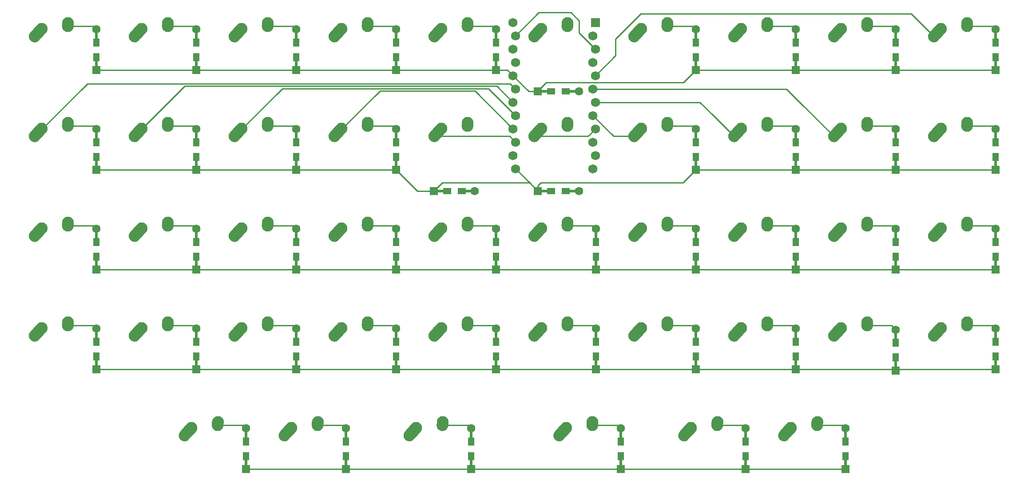
<source format=gbl>
%TF.GenerationSoftware,KiCad,Pcbnew,(5.1.12)-1*%
%TF.CreationDate,2021-12-31T17:23:32-05:00*%
%TF.ProjectId,my-keeb-pro-micro,6d792d6b-6565-4622-9d70-726f2d6d6963,rev?*%
%TF.SameCoordinates,Original*%
%TF.FileFunction,Copper,L2,Bot*%
%TF.FilePolarity,Positive*%
%FSLAX46Y46*%
G04 Gerber Fmt 4.6, Leading zero omitted, Abs format (unit mm)*
G04 Created by KiCad (PCBNEW (5.1.12)-1) date 2021-12-31 17:23:32*
%MOMM*%
%LPD*%
G01*
G04 APERTURE LIST*
%TA.AperFunction,ComponentPad*%
%ADD10C,2.250000*%
%TD*%
%TA.AperFunction,ComponentPad*%
%ADD11R,1.752600X1.752600*%
%TD*%
%TA.AperFunction,ComponentPad*%
%ADD12C,1.752600*%
%TD*%
%TA.AperFunction,ComponentPad*%
%ADD13R,1.600000X1.600000*%
%TD*%
%TA.AperFunction,ComponentPad*%
%ADD14C,1.600000*%
%TD*%
%TA.AperFunction,SMDPad,CuDef*%
%ADD15R,0.500000X2.900000*%
%TD*%
%TA.AperFunction,SMDPad,CuDef*%
%ADD16R,1.200000X1.600000*%
%TD*%
%TA.AperFunction,SMDPad,CuDef*%
%ADD17R,2.900000X0.500000*%
%TD*%
%TA.AperFunction,SMDPad,CuDef*%
%ADD18R,1.600000X1.200000*%
%TD*%
%TA.AperFunction,Conductor*%
%ADD19C,0.254000*%
%TD*%
G04 APERTURE END LIST*
%TO.P,MX25,2*%
%TO.N,Net-(D25-Pad2)*%
%TA.AperFunction,ComponentPad*%
G36*
G01*
X119898483Y-37897395D02*
X119897597Y-37897334D01*
G75*
G02*
X118852666Y-36697597I77403J1122334D01*
G01*
X118892666Y-36117597D01*
G75*
G02*
X120092403Y-35072666I1122334J-77403D01*
G01*
X120092403Y-35072666D01*
G75*
G02*
X121137334Y-36272403I-77403J-1122334D01*
G01*
X121097334Y-36852403D01*
G75*
G02*
X119897597Y-37897334I-1122334J77403D01*
G01*
G37*
%TD.AperFunction*%
D10*
X120015000Y-36195000D03*
%TO.P,MX25,1*%
%TO.N,COL5*%
%TA.AperFunction,ComponentPad*%
G36*
G01*
X112913688Y-39572350D02*
X112913683Y-39572345D01*
G75*
G02*
X112827655Y-37983683I751317J837345D01*
G01*
X114137657Y-36523683D01*
G75*
G02*
X115726319Y-36437655I837345J-751317D01*
G01*
X115726319Y-36437655D01*
G75*
G02*
X115812347Y-38026317I-751317J-837345D01*
G01*
X114502345Y-39486317D01*
G75*
G02*
X112913683Y-39572345I-837345J751317D01*
G01*
G37*
%TD.AperFunction*%
X114975000Y-37275000D03*
%TD*%
%TO.P,MX28,2*%
%TO.N,Net-(D28-Pad2)*%
%TA.AperFunction,ComponentPad*%
G36*
G01*
X124660983Y-95047395D02*
X124660097Y-95047334D01*
G75*
G02*
X123615166Y-93847597I77403J1122334D01*
G01*
X123655166Y-93267597D01*
G75*
G02*
X124854903Y-92222666I1122334J-77403D01*
G01*
X124854903Y-92222666D01*
G75*
G02*
X125899834Y-93422403I-77403J-1122334D01*
G01*
X125859834Y-94002403D01*
G75*
G02*
X124660097Y-95047334I-1122334J77403D01*
G01*
G37*
%TD.AperFunction*%
X124777500Y-93345000D03*
%TO.P,MX28,1*%
%TO.N,COL5*%
%TA.AperFunction,ComponentPad*%
G36*
G01*
X117676188Y-96722350D02*
X117676183Y-96722345D01*
G75*
G02*
X117590155Y-95133683I751317J837345D01*
G01*
X118900157Y-93673683D01*
G75*
G02*
X120488819Y-93587655I837345J-751317D01*
G01*
X120488819Y-93587655D01*
G75*
G02*
X120574847Y-95176317I-751317J-837345D01*
G01*
X119264845Y-96636317D01*
G75*
G02*
X117676183Y-96722345I-837345J751317D01*
G01*
G37*
%TD.AperFunction*%
X119737500Y-94425000D03*
%TD*%
D11*
%TO.P,U1,1*%
%TO.N,Net-(U1-Pad1)*%
X125323600Y-16986250D03*
D12*
%TO.P,U1,2*%
%TO.N,Net-(U1-Pad2)*%
X124866400Y-19526250D03*
%TO.P,U1,3*%
%TO.N,GND*%
X125323600Y-22066250D03*
%TO.P,U1,4*%
X124866400Y-24606250D03*
%TO.P,U1,5*%
%TO.N,COL9*%
X125323600Y-27146250D03*
%TO.P,U1,6*%
%TO.N,COL8*%
X124866400Y-29686250D03*
%TO.P,U1,7*%
%TO.N,COL7*%
X125323600Y-32226250D03*
%TO.P,U1,8*%
%TO.N,COL6*%
X124866400Y-34766250D03*
%TO.P,U1,9*%
%TO.N,COL5*%
X125323600Y-37306250D03*
%TO.P,U1,10*%
%TO.N,ROW4*%
X124866400Y-39846250D03*
%TO.P,U1,11*%
%TO.N,ROW3*%
X125323600Y-42386250D03*
%TO.P,U1,13*%
%TO.N,ROW1*%
X110083600Y-44926250D03*
%TO.P,U1,14*%
%TO.N,Net-(U1-Pad14)*%
X109626400Y-42386250D03*
%TO.P,U1,15*%
%TO.N,COL4*%
X110083600Y-39846250D03*
%TO.P,U1,16*%
%TO.N,COL3*%
X109626400Y-37306250D03*
%TO.P,U1,17*%
%TO.N,COL2*%
X110083600Y-34766250D03*
%TO.P,U1,18*%
%TO.N,COL1*%
X109626400Y-32226250D03*
%TO.P,U1,19*%
%TO.N,COL0*%
X110083600Y-29686250D03*
%TO.P,U1,20*%
%TO.N,ROW0*%
X109626400Y-27146250D03*
%TO.P,U1,21*%
%TO.N,VCC*%
X110083600Y-24606250D03*
%TO.P,U1,22*%
%TO.N,Net-(SW1-Pad1)*%
X109626400Y-22066250D03*
%TO.P,U1,23*%
%TO.N,GND*%
X110083600Y-19526250D03*
%TO.P,U1,12*%
%TO.N,ROW2*%
X124866400Y-44926250D03*
%TO.P,U1,24*%
%TO.N,Net-(U1-Pad24)*%
X109626400Y-16986250D03*
%TD*%
%TO.P,MX46,2*%
%TO.N,Net-(D46-Pad2)*%
%TA.AperFunction,ComponentPad*%
G36*
G01*
X196098483Y-75997395D02*
X196097597Y-75997334D01*
G75*
G02*
X195052666Y-74797597I77403J1122334D01*
G01*
X195092666Y-74217597D01*
G75*
G02*
X196292403Y-73172666I1122334J-77403D01*
G01*
X196292403Y-73172666D01*
G75*
G02*
X197337334Y-74372403I-77403J-1122334D01*
G01*
X197297334Y-74952403D01*
G75*
G02*
X196097597Y-75997334I-1122334J77403D01*
G01*
G37*
%TD.AperFunction*%
D10*
X196215000Y-74295000D03*
%TO.P,MX46,1*%
%TO.N,COL9*%
%TA.AperFunction,ComponentPad*%
G36*
G01*
X189113688Y-77672350D02*
X189113683Y-77672345D01*
G75*
G02*
X189027655Y-76083683I751317J837345D01*
G01*
X190337657Y-74623683D01*
G75*
G02*
X191926319Y-74537655I837345J-751317D01*
G01*
X191926319Y-74537655D01*
G75*
G02*
X192012347Y-76126317I-751317J-837345D01*
G01*
X190702345Y-77586317D01*
G75*
G02*
X189113683Y-77672345I-837345J751317D01*
G01*
G37*
%TD.AperFunction*%
X191175000Y-75375000D03*
%TD*%
%TO.P,MX45,2*%
%TO.N,Net-(D45-Pad2)*%
%TA.AperFunction,ComponentPad*%
G36*
G01*
X196098483Y-56947395D02*
X196097597Y-56947334D01*
G75*
G02*
X195052666Y-55747597I77403J1122334D01*
G01*
X195092666Y-55167597D01*
G75*
G02*
X196292403Y-54122666I1122334J-77403D01*
G01*
X196292403Y-54122666D01*
G75*
G02*
X197337334Y-55322403I-77403J-1122334D01*
G01*
X197297334Y-55902403D01*
G75*
G02*
X196097597Y-56947334I-1122334J77403D01*
G01*
G37*
%TD.AperFunction*%
X196215000Y-55245000D03*
%TO.P,MX45,1*%
%TO.N,COL9*%
%TA.AperFunction,ComponentPad*%
G36*
G01*
X189113688Y-58622350D02*
X189113683Y-58622345D01*
G75*
G02*
X189027655Y-57033683I751317J837345D01*
G01*
X190337657Y-55573683D01*
G75*
G02*
X191926319Y-55487655I837345J-751317D01*
G01*
X191926319Y-55487655D01*
G75*
G02*
X192012347Y-57076317I-751317J-837345D01*
G01*
X190702345Y-58536317D01*
G75*
G02*
X189113683Y-58622345I-837345J751317D01*
G01*
G37*
%TD.AperFunction*%
X191175000Y-56325000D03*
%TD*%
%TO.P,MX44,2*%
%TO.N,Net-(D44-Pad2)*%
%TA.AperFunction,ComponentPad*%
G36*
G01*
X196098483Y-37897395D02*
X196097597Y-37897334D01*
G75*
G02*
X195052666Y-36697597I77403J1122334D01*
G01*
X195092666Y-36117597D01*
G75*
G02*
X196292403Y-35072666I1122334J-77403D01*
G01*
X196292403Y-35072666D01*
G75*
G02*
X197337334Y-36272403I-77403J-1122334D01*
G01*
X197297334Y-36852403D01*
G75*
G02*
X196097597Y-37897334I-1122334J77403D01*
G01*
G37*
%TD.AperFunction*%
X196215000Y-36195000D03*
%TO.P,MX44,1*%
%TO.N,COL9*%
%TA.AperFunction,ComponentPad*%
G36*
G01*
X189113688Y-39572350D02*
X189113683Y-39572345D01*
G75*
G02*
X189027655Y-37983683I751317J837345D01*
G01*
X190337657Y-36523683D01*
G75*
G02*
X191926319Y-36437655I837345J-751317D01*
G01*
X191926319Y-36437655D01*
G75*
G02*
X192012347Y-38026317I-751317J-837345D01*
G01*
X190702345Y-39486317D01*
G75*
G02*
X189113683Y-39572345I-837345J751317D01*
G01*
G37*
%TD.AperFunction*%
X191175000Y-37275000D03*
%TD*%
%TO.P,MX43,2*%
%TO.N,Net-(D43-Pad2)*%
%TA.AperFunction,ComponentPad*%
G36*
G01*
X196098483Y-18847395D02*
X196097597Y-18847334D01*
G75*
G02*
X195052666Y-17647597I77403J1122334D01*
G01*
X195092666Y-17067597D01*
G75*
G02*
X196292403Y-16022666I1122334J-77403D01*
G01*
X196292403Y-16022666D01*
G75*
G02*
X197337334Y-17222403I-77403J-1122334D01*
G01*
X197297334Y-17802403D01*
G75*
G02*
X196097597Y-18847334I-1122334J77403D01*
G01*
G37*
%TD.AperFunction*%
X196215000Y-17145000D03*
%TO.P,MX43,1*%
%TO.N,COL9*%
%TA.AperFunction,ComponentPad*%
G36*
G01*
X189113688Y-20522350D02*
X189113683Y-20522345D01*
G75*
G02*
X189027655Y-18933683I751317J837345D01*
G01*
X190337657Y-17473683D01*
G75*
G02*
X191926319Y-17387655I837345J-751317D01*
G01*
X191926319Y-17387655D01*
G75*
G02*
X192012347Y-18976317I-751317J-837345D01*
G01*
X190702345Y-20436317D01*
G75*
G02*
X189113683Y-20522345I-837345J751317D01*
G01*
G37*
%TD.AperFunction*%
X191175000Y-18225000D03*
%TD*%
%TO.P,MX42,2*%
%TO.N,Net-(D42-Pad2)*%
%TA.AperFunction,ComponentPad*%
G36*
G01*
X177048483Y-75997395D02*
X177047597Y-75997334D01*
G75*
G02*
X176002666Y-74797597I77403J1122334D01*
G01*
X176042666Y-74217597D01*
G75*
G02*
X177242403Y-73172666I1122334J-77403D01*
G01*
X177242403Y-73172666D01*
G75*
G02*
X178287334Y-74372403I-77403J-1122334D01*
G01*
X178247334Y-74952403D01*
G75*
G02*
X177047597Y-75997334I-1122334J77403D01*
G01*
G37*
%TD.AperFunction*%
X177165000Y-74295000D03*
%TO.P,MX42,1*%
%TO.N,COL8*%
%TA.AperFunction,ComponentPad*%
G36*
G01*
X170063688Y-77672350D02*
X170063683Y-77672345D01*
G75*
G02*
X169977655Y-76083683I751317J837345D01*
G01*
X171287657Y-74623683D01*
G75*
G02*
X172876319Y-74537655I837345J-751317D01*
G01*
X172876319Y-74537655D01*
G75*
G02*
X172962347Y-76126317I-751317J-837345D01*
G01*
X171652345Y-77586317D01*
G75*
G02*
X170063683Y-77672345I-837345J751317D01*
G01*
G37*
%TD.AperFunction*%
X172125000Y-75375000D03*
%TD*%
%TO.P,MX41,2*%
%TO.N,Net-(D41-Pad2)*%
%TA.AperFunction,ComponentPad*%
G36*
G01*
X177048483Y-56947395D02*
X177047597Y-56947334D01*
G75*
G02*
X176002666Y-55747597I77403J1122334D01*
G01*
X176042666Y-55167597D01*
G75*
G02*
X177242403Y-54122666I1122334J-77403D01*
G01*
X177242403Y-54122666D01*
G75*
G02*
X178287334Y-55322403I-77403J-1122334D01*
G01*
X178247334Y-55902403D01*
G75*
G02*
X177047597Y-56947334I-1122334J77403D01*
G01*
G37*
%TD.AperFunction*%
X177165000Y-55245000D03*
%TO.P,MX41,1*%
%TO.N,COL8*%
%TA.AperFunction,ComponentPad*%
G36*
G01*
X170063688Y-58622350D02*
X170063683Y-58622345D01*
G75*
G02*
X169977655Y-57033683I751317J837345D01*
G01*
X171287657Y-55573683D01*
G75*
G02*
X172876319Y-55487655I837345J-751317D01*
G01*
X172876319Y-55487655D01*
G75*
G02*
X172962347Y-57076317I-751317J-837345D01*
G01*
X171652345Y-58536317D01*
G75*
G02*
X170063683Y-58622345I-837345J751317D01*
G01*
G37*
%TD.AperFunction*%
X172125000Y-56325000D03*
%TD*%
%TO.P,MX40,2*%
%TO.N,Net-(D40-Pad2)*%
%TA.AperFunction,ComponentPad*%
G36*
G01*
X177048483Y-37897395D02*
X177047597Y-37897334D01*
G75*
G02*
X176002666Y-36697597I77403J1122334D01*
G01*
X176042666Y-36117597D01*
G75*
G02*
X177242403Y-35072666I1122334J-77403D01*
G01*
X177242403Y-35072666D01*
G75*
G02*
X178287334Y-36272403I-77403J-1122334D01*
G01*
X178247334Y-36852403D01*
G75*
G02*
X177047597Y-37897334I-1122334J77403D01*
G01*
G37*
%TD.AperFunction*%
X177165000Y-36195000D03*
%TO.P,MX40,1*%
%TO.N,COL8*%
%TA.AperFunction,ComponentPad*%
G36*
G01*
X170063688Y-39572350D02*
X170063683Y-39572345D01*
G75*
G02*
X169977655Y-37983683I751317J837345D01*
G01*
X171287657Y-36523683D01*
G75*
G02*
X172876319Y-36437655I837345J-751317D01*
G01*
X172876319Y-36437655D01*
G75*
G02*
X172962347Y-38026317I-751317J-837345D01*
G01*
X171652345Y-39486317D01*
G75*
G02*
X170063683Y-39572345I-837345J751317D01*
G01*
G37*
%TD.AperFunction*%
X172125000Y-37275000D03*
%TD*%
%TO.P,MX39,2*%
%TO.N,Net-(D39-Pad2)*%
%TA.AperFunction,ComponentPad*%
G36*
G01*
X177048483Y-18847395D02*
X177047597Y-18847334D01*
G75*
G02*
X176002666Y-17647597I77403J1122334D01*
G01*
X176042666Y-17067597D01*
G75*
G02*
X177242403Y-16022666I1122334J-77403D01*
G01*
X177242403Y-16022666D01*
G75*
G02*
X178287334Y-17222403I-77403J-1122334D01*
G01*
X178247334Y-17802403D01*
G75*
G02*
X177047597Y-18847334I-1122334J77403D01*
G01*
G37*
%TD.AperFunction*%
X177165000Y-17145000D03*
%TO.P,MX39,1*%
%TO.N,COL8*%
%TA.AperFunction,ComponentPad*%
G36*
G01*
X170063688Y-20522350D02*
X170063683Y-20522345D01*
G75*
G02*
X169977655Y-18933683I751317J837345D01*
G01*
X171287657Y-17473683D01*
G75*
G02*
X172876319Y-17387655I837345J-751317D01*
G01*
X172876319Y-17387655D01*
G75*
G02*
X172962347Y-18976317I-751317J-837345D01*
G01*
X171652345Y-20436317D01*
G75*
G02*
X170063683Y-20522345I-837345J751317D01*
G01*
G37*
%TD.AperFunction*%
X172125000Y-18225000D03*
%TD*%
%TO.P,MX38,2*%
%TO.N,Net-(D38-Pad2)*%
%TA.AperFunction,ComponentPad*%
G36*
G01*
X167523483Y-95047395D02*
X167522597Y-95047334D01*
G75*
G02*
X166477666Y-93847597I77403J1122334D01*
G01*
X166517666Y-93267597D01*
G75*
G02*
X167717403Y-92222666I1122334J-77403D01*
G01*
X167717403Y-92222666D01*
G75*
G02*
X168762334Y-93422403I-77403J-1122334D01*
G01*
X168722334Y-94002403D01*
G75*
G02*
X167522597Y-95047334I-1122334J77403D01*
G01*
G37*
%TD.AperFunction*%
X167640000Y-93345000D03*
%TO.P,MX38,1*%
%TO.N,COL7*%
%TA.AperFunction,ComponentPad*%
G36*
G01*
X160538688Y-96722350D02*
X160538683Y-96722345D01*
G75*
G02*
X160452655Y-95133683I751317J837345D01*
G01*
X161762657Y-93673683D01*
G75*
G02*
X163351319Y-93587655I837345J-751317D01*
G01*
X163351319Y-93587655D01*
G75*
G02*
X163437347Y-95176317I-751317J-837345D01*
G01*
X162127345Y-96636317D01*
G75*
G02*
X160538683Y-96722345I-837345J751317D01*
G01*
G37*
%TD.AperFunction*%
X162600000Y-94425000D03*
%TD*%
%TO.P,MX37,2*%
%TO.N,Net-(D37-Pad2)*%
%TA.AperFunction,ComponentPad*%
G36*
G01*
X157998483Y-75997395D02*
X157997597Y-75997334D01*
G75*
G02*
X156952666Y-74797597I77403J1122334D01*
G01*
X156992666Y-74217597D01*
G75*
G02*
X158192403Y-73172666I1122334J-77403D01*
G01*
X158192403Y-73172666D01*
G75*
G02*
X159237334Y-74372403I-77403J-1122334D01*
G01*
X159197334Y-74952403D01*
G75*
G02*
X157997597Y-75997334I-1122334J77403D01*
G01*
G37*
%TD.AperFunction*%
X158115000Y-74295000D03*
%TO.P,MX37,1*%
%TO.N,COL7*%
%TA.AperFunction,ComponentPad*%
G36*
G01*
X151013688Y-77672350D02*
X151013683Y-77672345D01*
G75*
G02*
X150927655Y-76083683I751317J837345D01*
G01*
X152237657Y-74623683D01*
G75*
G02*
X153826319Y-74537655I837345J-751317D01*
G01*
X153826319Y-74537655D01*
G75*
G02*
X153912347Y-76126317I-751317J-837345D01*
G01*
X152602345Y-77586317D01*
G75*
G02*
X151013683Y-77672345I-837345J751317D01*
G01*
G37*
%TD.AperFunction*%
X153075000Y-75375000D03*
%TD*%
%TO.P,MX36,2*%
%TO.N,Net-(D36-Pad2)*%
%TA.AperFunction,ComponentPad*%
G36*
G01*
X157998483Y-56947395D02*
X157997597Y-56947334D01*
G75*
G02*
X156952666Y-55747597I77403J1122334D01*
G01*
X156992666Y-55167597D01*
G75*
G02*
X158192403Y-54122666I1122334J-77403D01*
G01*
X158192403Y-54122666D01*
G75*
G02*
X159237334Y-55322403I-77403J-1122334D01*
G01*
X159197334Y-55902403D01*
G75*
G02*
X157997597Y-56947334I-1122334J77403D01*
G01*
G37*
%TD.AperFunction*%
X158115000Y-55245000D03*
%TO.P,MX36,1*%
%TO.N,COL7*%
%TA.AperFunction,ComponentPad*%
G36*
G01*
X151013688Y-58622350D02*
X151013683Y-58622345D01*
G75*
G02*
X150927655Y-57033683I751317J837345D01*
G01*
X152237657Y-55573683D01*
G75*
G02*
X153826319Y-55487655I837345J-751317D01*
G01*
X153826319Y-55487655D01*
G75*
G02*
X153912347Y-57076317I-751317J-837345D01*
G01*
X152602345Y-58536317D01*
G75*
G02*
X151013683Y-58622345I-837345J751317D01*
G01*
G37*
%TD.AperFunction*%
X153075000Y-56325000D03*
%TD*%
%TO.P,MX35,2*%
%TO.N,Net-(D35-Pad2)*%
%TA.AperFunction,ComponentPad*%
G36*
G01*
X157998483Y-37897395D02*
X157997597Y-37897334D01*
G75*
G02*
X156952666Y-36697597I77403J1122334D01*
G01*
X156992666Y-36117597D01*
G75*
G02*
X158192403Y-35072666I1122334J-77403D01*
G01*
X158192403Y-35072666D01*
G75*
G02*
X159237334Y-36272403I-77403J-1122334D01*
G01*
X159197334Y-36852403D01*
G75*
G02*
X157997597Y-37897334I-1122334J77403D01*
G01*
G37*
%TD.AperFunction*%
X158115000Y-36195000D03*
%TO.P,MX35,1*%
%TO.N,COL7*%
%TA.AperFunction,ComponentPad*%
G36*
G01*
X151013688Y-39572350D02*
X151013683Y-39572345D01*
G75*
G02*
X150927655Y-37983683I751317J837345D01*
G01*
X152237657Y-36523683D01*
G75*
G02*
X153826319Y-36437655I837345J-751317D01*
G01*
X153826319Y-36437655D01*
G75*
G02*
X153912347Y-38026317I-751317J-837345D01*
G01*
X152602345Y-39486317D01*
G75*
G02*
X151013683Y-39572345I-837345J751317D01*
G01*
G37*
%TD.AperFunction*%
X153075000Y-37275000D03*
%TD*%
%TO.P,MX34,2*%
%TO.N,Net-(D34-Pad2)*%
%TA.AperFunction,ComponentPad*%
G36*
G01*
X157998483Y-18847395D02*
X157997597Y-18847334D01*
G75*
G02*
X156952666Y-17647597I77403J1122334D01*
G01*
X156992666Y-17067597D01*
G75*
G02*
X158192403Y-16022666I1122334J-77403D01*
G01*
X158192403Y-16022666D01*
G75*
G02*
X159237334Y-17222403I-77403J-1122334D01*
G01*
X159197334Y-17802403D01*
G75*
G02*
X157997597Y-18847334I-1122334J77403D01*
G01*
G37*
%TD.AperFunction*%
X158115000Y-17145000D03*
%TO.P,MX34,1*%
%TO.N,COL7*%
%TA.AperFunction,ComponentPad*%
G36*
G01*
X151013688Y-20522350D02*
X151013683Y-20522345D01*
G75*
G02*
X150927655Y-18933683I751317J837345D01*
G01*
X152237657Y-17473683D01*
G75*
G02*
X153826319Y-17387655I837345J-751317D01*
G01*
X153826319Y-17387655D01*
G75*
G02*
X153912347Y-18976317I-751317J-837345D01*
G01*
X152602345Y-20436317D01*
G75*
G02*
X151013683Y-20522345I-837345J751317D01*
G01*
G37*
%TD.AperFunction*%
X153075000Y-18225000D03*
%TD*%
%TO.P,MX33,2*%
%TO.N,Net-(D33-Pad2)*%
%TA.AperFunction,ComponentPad*%
G36*
G01*
X148473483Y-95047395D02*
X148472597Y-95047334D01*
G75*
G02*
X147427666Y-93847597I77403J1122334D01*
G01*
X147467666Y-93267597D01*
G75*
G02*
X148667403Y-92222666I1122334J-77403D01*
G01*
X148667403Y-92222666D01*
G75*
G02*
X149712334Y-93422403I-77403J-1122334D01*
G01*
X149672334Y-94002403D01*
G75*
G02*
X148472597Y-95047334I-1122334J77403D01*
G01*
G37*
%TD.AperFunction*%
X148590000Y-93345000D03*
%TO.P,MX33,1*%
%TO.N,COL6*%
%TA.AperFunction,ComponentPad*%
G36*
G01*
X141488688Y-96722350D02*
X141488683Y-96722345D01*
G75*
G02*
X141402655Y-95133683I751317J837345D01*
G01*
X142712657Y-93673683D01*
G75*
G02*
X144301319Y-93587655I837345J-751317D01*
G01*
X144301319Y-93587655D01*
G75*
G02*
X144387347Y-95176317I-751317J-837345D01*
G01*
X143077345Y-96636317D01*
G75*
G02*
X141488683Y-96722345I-837345J751317D01*
G01*
G37*
%TD.AperFunction*%
X143550000Y-94425000D03*
%TD*%
%TO.P,MX32,2*%
%TO.N,Net-(D32-Pad2)*%
%TA.AperFunction,ComponentPad*%
G36*
G01*
X138948483Y-75997395D02*
X138947597Y-75997334D01*
G75*
G02*
X137902666Y-74797597I77403J1122334D01*
G01*
X137942666Y-74217597D01*
G75*
G02*
X139142403Y-73172666I1122334J-77403D01*
G01*
X139142403Y-73172666D01*
G75*
G02*
X140187334Y-74372403I-77403J-1122334D01*
G01*
X140147334Y-74952403D01*
G75*
G02*
X138947597Y-75997334I-1122334J77403D01*
G01*
G37*
%TD.AperFunction*%
X139065000Y-74295000D03*
%TO.P,MX32,1*%
%TO.N,COL6*%
%TA.AperFunction,ComponentPad*%
G36*
G01*
X131963688Y-77672350D02*
X131963683Y-77672345D01*
G75*
G02*
X131877655Y-76083683I751317J837345D01*
G01*
X133187657Y-74623683D01*
G75*
G02*
X134776319Y-74537655I837345J-751317D01*
G01*
X134776319Y-74537655D01*
G75*
G02*
X134862347Y-76126317I-751317J-837345D01*
G01*
X133552345Y-77586317D01*
G75*
G02*
X131963683Y-77672345I-837345J751317D01*
G01*
G37*
%TD.AperFunction*%
X134025000Y-75375000D03*
%TD*%
%TO.P,MX31,2*%
%TO.N,Net-(D31-Pad2)*%
%TA.AperFunction,ComponentPad*%
G36*
G01*
X138948483Y-56947395D02*
X138947597Y-56947334D01*
G75*
G02*
X137902666Y-55747597I77403J1122334D01*
G01*
X137942666Y-55167597D01*
G75*
G02*
X139142403Y-54122666I1122334J-77403D01*
G01*
X139142403Y-54122666D01*
G75*
G02*
X140187334Y-55322403I-77403J-1122334D01*
G01*
X140147334Y-55902403D01*
G75*
G02*
X138947597Y-56947334I-1122334J77403D01*
G01*
G37*
%TD.AperFunction*%
X139065000Y-55245000D03*
%TO.P,MX31,1*%
%TO.N,COL6*%
%TA.AperFunction,ComponentPad*%
G36*
G01*
X131963688Y-58622350D02*
X131963683Y-58622345D01*
G75*
G02*
X131877655Y-57033683I751317J837345D01*
G01*
X133187657Y-55573683D01*
G75*
G02*
X134776319Y-55487655I837345J-751317D01*
G01*
X134776319Y-55487655D01*
G75*
G02*
X134862347Y-57076317I-751317J-837345D01*
G01*
X133552345Y-58536317D01*
G75*
G02*
X131963683Y-58622345I-837345J751317D01*
G01*
G37*
%TD.AperFunction*%
X134025000Y-56325000D03*
%TD*%
%TO.P,MX30,2*%
%TO.N,Net-(D30-Pad2)*%
%TA.AperFunction,ComponentPad*%
G36*
G01*
X138948483Y-37897395D02*
X138947597Y-37897334D01*
G75*
G02*
X137902666Y-36697597I77403J1122334D01*
G01*
X137942666Y-36117597D01*
G75*
G02*
X139142403Y-35072666I1122334J-77403D01*
G01*
X139142403Y-35072666D01*
G75*
G02*
X140187334Y-36272403I-77403J-1122334D01*
G01*
X140147334Y-36852403D01*
G75*
G02*
X138947597Y-37897334I-1122334J77403D01*
G01*
G37*
%TD.AperFunction*%
X139065000Y-36195000D03*
%TO.P,MX30,1*%
%TO.N,COL6*%
%TA.AperFunction,ComponentPad*%
G36*
G01*
X131963688Y-39572350D02*
X131963683Y-39572345D01*
G75*
G02*
X131877655Y-37983683I751317J837345D01*
G01*
X133187657Y-36523683D01*
G75*
G02*
X134776319Y-36437655I837345J-751317D01*
G01*
X134776319Y-36437655D01*
G75*
G02*
X134862347Y-38026317I-751317J-837345D01*
G01*
X133552345Y-39486317D01*
G75*
G02*
X131963683Y-39572345I-837345J751317D01*
G01*
G37*
%TD.AperFunction*%
X134025000Y-37275000D03*
%TD*%
%TO.P,MX29,2*%
%TO.N,Net-(D29-Pad2)*%
%TA.AperFunction,ComponentPad*%
G36*
G01*
X138948483Y-18847395D02*
X138947597Y-18847334D01*
G75*
G02*
X137902666Y-17647597I77403J1122334D01*
G01*
X137942666Y-17067597D01*
G75*
G02*
X139142403Y-16022666I1122334J-77403D01*
G01*
X139142403Y-16022666D01*
G75*
G02*
X140187334Y-17222403I-77403J-1122334D01*
G01*
X140147334Y-17802403D01*
G75*
G02*
X138947597Y-18847334I-1122334J77403D01*
G01*
G37*
%TD.AperFunction*%
X139065000Y-17145000D03*
%TO.P,MX29,1*%
%TO.N,COL6*%
%TA.AperFunction,ComponentPad*%
G36*
G01*
X131963688Y-20522350D02*
X131963683Y-20522345D01*
G75*
G02*
X131877655Y-18933683I751317J837345D01*
G01*
X133187657Y-17473683D01*
G75*
G02*
X134776319Y-17387655I837345J-751317D01*
G01*
X134776319Y-17387655D01*
G75*
G02*
X134862347Y-18976317I-751317J-837345D01*
G01*
X133552345Y-20436317D01*
G75*
G02*
X131963683Y-20522345I-837345J751317D01*
G01*
G37*
%TD.AperFunction*%
X134025000Y-18225000D03*
%TD*%
%TO.P,MX27,2*%
%TO.N,Net-(D27-Pad2)*%
%TA.AperFunction,ComponentPad*%
G36*
G01*
X119898483Y-75997395D02*
X119897597Y-75997334D01*
G75*
G02*
X118852666Y-74797597I77403J1122334D01*
G01*
X118892666Y-74217597D01*
G75*
G02*
X120092403Y-73172666I1122334J-77403D01*
G01*
X120092403Y-73172666D01*
G75*
G02*
X121137334Y-74372403I-77403J-1122334D01*
G01*
X121097334Y-74952403D01*
G75*
G02*
X119897597Y-75997334I-1122334J77403D01*
G01*
G37*
%TD.AperFunction*%
X120015000Y-74295000D03*
%TO.P,MX27,1*%
%TO.N,COL5*%
%TA.AperFunction,ComponentPad*%
G36*
G01*
X112913688Y-77672350D02*
X112913683Y-77672345D01*
G75*
G02*
X112827655Y-76083683I751317J837345D01*
G01*
X114137657Y-74623683D01*
G75*
G02*
X115726319Y-74537655I837345J-751317D01*
G01*
X115726319Y-74537655D01*
G75*
G02*
X115812347Y-76126317I-751317J-837345D01*
G01*
X114502345Y-77586317D01*
G75*
G02*
X112913683Y-77672345I-837345J751317D01*
G01*
G37*
%TD.AperFunction*%
X114975000Y-75375000D03*
%TD*%
%TO.P,MX26,2*%
%TO.N,Net-(D26-Pad2)*%
%TA.AperFunction,ComponentPad*%
G36*
G01*
X119898483Y-56947395D02*
X119897597Y-56947334D01*
G75*
G02*
X118852666Y-55747597I77403J1122334D01*
G01*
X118892666Y-55167597D01*
G75*
G02*
X120092403Y-54122666I1122334J-77403D01*
G01*
X120092403Y-54122666D01*
G75*
G02*
X121137334Y-55322403I-77403J-1122334D01*
G01*
X121097334Y-55902403D01*
G75*
G02*
X119897597Y-56947334I-1122334J77403D01*
G01*
G37*
%TD.AperFunction*%
X120015000Y-55245000D03*
%TO.P,MX26,1*%
%TO.N,COL5*%
%TA.AperFunction,ComponentPad*%
G36*
G01*
X112913688Y-58622350D02*
X112913683Y-58622345D01*
G75*
G02*
X112827655Y-57033683I751317J837345D01*
G01*
X114137657Y-55573683D01*
G75*
G02*
X115726319Y-55487655I837345J-751317D01*
G01*
X115726319Y-55487655D01*
G75*
G02*
X115812347Y-57076317I-751317J-837345D01*
G01*
X114502345Y-58536317D01*
G75*
G02*
X112913683Y-58622345I-837345J751317D01*
G01*
G37*
%TD.AperFunction*%
X114975000Y-56325000D03*
%TD*%
%TO.P,MX24,2*%
%TO.N,Net-(D24-Pad2)*%
%TA.AperFunction,ComponentPad*%
G36*
G01*
X119898483Y-18847395D02*
X119897597Y-18847334D01*
G75*
G02*
X118852666Y-17647597I77403J1122334D01*
G01*
X118892666Y-17067597D01*
G75*
G02*
X120092403Y-16022666I1122334J-77403D01*
G01*
X120092403Y-16022666D01*
G75*
G02*
X121137334Y-17222403I-77403J-1122334D01*
G01*
X121097334Y-17802403D01*
G75*
G02*
X119897597Y-18847334I-1122334J77403D01*
G01*
G37*
%TD.AperFunction*%
X120015000Y-17145000D03*
%TO.P,MX24,1*%
%TO.N,COL5*%
%TA.AperFunction,ComponentPad*%
G36*
G01*
X112913688Y-20522350D02*
X112913683Y-20522345D01*
G75*
G02*
X112827655Y-18933683I751317J837345D01*
G01*
X114137657Y-17473683D01*
G75*
G02*
X115726319Y-17387655I837345J-751317D01*
G01*
X115726319Y-17387655D01*
G75*
G02*
X115812347Y-18976317I-751317J-837345D01*
G01*
X114502345Y-20436317D01*
G75*
G02*
X112913683Y-20522345I-837345J751317D01*
G01*
G37*
%TD.AperFunction*%
X114975000Y-18225000D03*
%TD*%
%TO.P,MX23,2*%
%TO.N,Net-(D23-Pad2)*%
%TA.AperFunction,ComponentPad*%
G36*
G01*
X96085983Y-95047395D02*
X96085097Y-95047334D01*
G75*
G02*
X95040166Y-93847597I77403J1122334D01*
G01*
X95080166Y-93267597D01*
G75*
G02*
X96279903Y-92222666I1122334J-77403D01*
G01*
X96279903Y-92222666D01*
G75*
G02*
X97324834Y-93422403I-77403J-1122334D01*
G01*
X97284834Y-94002403D01*
G75*
G02*
X96085097Y-95047334I-1122334J77403D01*
G01*
G37*
%TD.AperFunction*%
X96202500Y-93345000D03*
%TO.P,MX23,1*%
%TO.N,COL4*%
%TA.AperFunction,ComponentPad*%
G36*
G01*
X89101188Y-96722350D02*
X89101183Y-96722345D01*
G75*
G02*
X89015155Y-95133683I751317J837345D01*
G01*
X90325157Y-93673683D01*
G75*
G02*
X91913819Y-93587655I837345J-751317D01*
G01*
X91913819Y-93587655D01*
G75*
G02*
X91999847Y-95176317I-751317J-837345D01*
G01*
X90689845Y-96636317D01*
G75*
G02*
X89101183Y-96722345I-837345J751317D01*
G01*
G37*
%TD.AperFunction*%
X91162500Y-94425000D03*
%TD*%
%TO.P,MX22,2*%
%TO.N,Net-(D22-Pad2)*%
%TA.AperFunction,ComponentPad*%
G36*
G01*
X100848483Y-75997395D02*
X100847597Y-75997334D01*
G75*
G02*
X99802666Y-74797597I77403J1122334D01*
G01*
X99842666Y-74217597D01*
G75*
G02*
X101042403Y-73172666I1122334J-77403D01*
G01*
X101042403Y-73172666D01*
G75*
G02*
X102087334Y-74372403I-77403J-1122334D01*
G01*
X102047334Y-74952403D01*
G75*
G02*
X100847597Y-75997334I-1122334J77403D01*
G01*
G37*
%TD.AperFunction*%
X100965000Y-74295000D03*
%TO.P,MX22,1*%
%TO.N,COL4*%
%TA.AperFunction,ComponentPad*%
G36*
G01*
X93863688Y-77672350D02*
X93863683Y-77672345D01*
G75*
G02*
X93777655Y-76083683I751317J837345D01*
G01*
X95087657Y-74623683D01*
G75*
G02*
X96676319Y-74537655I837345J-751317D01*
G01*
X96676319Y-74537655D01*
G75*
G02*
X96762347Y-76126317I-751317J-837345D01*
G01*
X95452345Y-77586317D01*
G75*
G02*
X93863683Y-77672345I-837345J751317D01*
G01*
G37*
%TD.AperFunction*%
X95925000Y-75375000D03*
%TD*%
%TO.P,MX21,2*%
%TO.N,Net-(D21-Pad2)*%
%TA.AperFunction,ComponentPad*%
G36*
G01*
X100848483Y-56947395D02*
X100847597Y-56947334D01*
G75*
G02*
X99802666Y-55747597I77403J1122334D01*
G01*
X99842666Y-55167597D01*
G75*
G02*
X101042403Y-54122666I1122334J-77403D01*
G01*
X101042403Y-54122666D01*
G75*
G02*
X102087334Y-55322403I-77403J-1122334D01*
G01*
X102047334Y-55902403D01*
G75*
G02*
X100847597Y-56947334I-1122334J77403D01*
G01*
G37*
%TD.AperFunction*%
X100965000Y-55245000D03*
%TO.P,MX21,1*%
%TO.N,COL4*%
%TA.AperFunction,ComponentPad*%
G36*
G01*
X93863688Y-58622350D02*
X93863683Y-58622345D01*
G75*
G02*
X93777655Y-57033683I751317J837345D01*
G01*
X95087657Y-55573683D01*
G75*
G02*
X96676319Y-55487655I837345J-751317D01*
G01*
X96676319Y-55487655D01*
G75*
G02*
X96762347Y-57076317I-751317J-837345D01*
G01*
X95452345Y-58536317D01*
G75*
G02*
X93863683Y-58622345I-837345J751317D01*
G01*
G37*
%TD.AperFunction*%
X95925000Y-56325000D03*
%TD*%
%TO.P,MX20,2*%
%TO.N,Net-(D20-Pad2)*%
%TA.AperFunction,ComponentPad*%
G36*
G01*
X100848483Y-37897395D02*
X100847597Y-37897334D01*
G75*
G02*
X99802666Y-36697597I77403J1122334D01*
G01*
X99842666Y-36117597D01*
G75*
G02*
X101042403Y-35072666I1122334J-77403D01*
G01*
X101042403Y-35072666D01*
G75*
G02*
X102087334Y-36272403I-77403J-1122334D01*
G01*
X102047334Y-36852403D01*
G75*
G02*
X100847597Y-37897334I-1122334J77403D01*
G01*
G37*
%TD.AperFunction*%
X100965000Y-36195000D03*
%TO.P,MX20,1*%
%TO.N,COL4*%
%TA.AperFunction,ComponentPad*%
G36*
G01*
X93863688Y-39572350D02*
X93863683Y-39572345D01*
G75*
G02*
X93777655Y-37983683I751317J837345D01*
G01*
X95087657Y-36523683D01*
G75*
G02*
X96676319Y-36437655I837345J-751317D01*
G01*
X96676319Y-36437655D01*
G75*
G02*
X96762347Y-38026317I-751317J-837345D01*
G01*
X95452345Y-39486317D01*
G75*
G02*
X93863683Y-39572345I-837345J751317D01*
G01*
G37*
%TD.AperFunction*%
X95925000Y-37275000D03*
%TD*%
%TO.P,MX19,2*%
%TO.N,Net-(D19-Pad2)*%
%TA.AperFunction,ComponentPad*%
G36*
G01*
X100848483Y-18847395D02*
X100847597Y-18847334D01*
G75*
G02*
X99802666Y-17647597I77403J1122334D01*
G01*
X99842666Y-17067597D01*
G75*
G02*
X101042403Y-16022666I1122334J-77403D01*
G01*
X101042403Y-16022666D01*
G75*
G02*
X102087334Y-17222403I-77403J-1122334D01*
G01*
X102047334Y-17802403D01*
G75*
G02*
X100847597Y-18847334I-1122334J77403D01*
G01*
G37*
%TD.AperFunction*%
X100965000Y-17145000D03*
%TO.P,MX19,1*%
%TO.N,COL4*%
%TA.AperFunction,ComponentPad*%
G36*
G01*
X93863688Y-20522350D02*
X93863683Y-20522345D01*
G75*
G02*
X93777655Y-18933683I751317J837345D01*
G01*
X95087657Y-17473683D01*
G75*
G02*
X96676319Y-17387655I837345J-751317D01*
G01*
X96676319Y-17387655D01*
G75*
G02*
X96762347Y-18976317I-751317J-837345D01*
G01*
X95452345Y-20436317D01*
G75*
G02*
X93863683Y-20522345I-837345J751317D01*
G01*
G37*
%TD.AperFunction*%
X95925000Y-18225000D03*
%TD*%
%TO.P,MX18,2*%
%TO.N,Net-(D18-Pad2)*%
%TA.AperFunction,ComponentPad*%
G36*
G01*
X72273483Y-95047395D02*
X72272597Y-95047334D01*
G75*
G02*
X71227666Y-93847597I77403J1122334D01*
G01*
X71267666Y-93267597D01*
G75*
G02*
X72467403Y-92222666I1122334J-77403D01*
G01*
X72467403Y-92222666D01*
G75*
G02*
X73512334Y-93422403I-77403J-1122334D01*
G01*
X73472334Y-94002403D01*
G75*
G02*
X72272597Y-95047334I-1122334J77403D01*
G01*
G37*
%TD.AperFunction*%
X72390000Y-93345000D03*
%TO.P,MX18,1*%
%TO.N,COL3*%
%TA.AperFunction,ComponentPad*%
G36*
G01*
X65288688Y-96722350D02*
X65288683Y-96722345D01*
G75*
G02*
X65202655Y-95133683I751317J837345D01*
G01*
X66512657Y-93673683D01*
G75*
G02*
X68101319Y-93587655I837345J-751317D01*
G01*
X68101319Y-93587655D01*
G75*
G02*
X68187347Y-95176317I-751317J-837345D01*
G01*
X66877345Y-96636317D01*
G75*
G02*
X65288683Y-96722345I-837345J751317D01*
G01*
G37*
%TD.AperFunction*%
X67350000Y-94425000D03*
%TD*%
%TO.P,MX17,2*%
%TO.N,Net-(D17-Pad2)*%
%TA.AperFunction,ComponentPad*%
G36*
G01*
X81798483Y-75997395D02*
X81797597Y-75997334D01*
G75*
G02*
X80752666Y-74797597I77403J1122334D01*
G01*
X80792666Y-74217597D01*
G75*
G02*
X81992403Y-73172666I1122334J-77403D01*
G01*
X81992403Y-73172666D01*
G75*
G02*
X83037334Y-74372403I-77403J-1122334D01*
G01*
X82997334Y-74952403D01*
G75*
G02*
X81797597Y-75997334I-1122334J77403D01*
G01*
G37*
%TD.AperFunction*%
X81915000Y-74295000D03*
%TO.P,MX17,1*%
%TO.N,COL3*%
%TA.AperFunction,ComponentPad*%
G36*
G01*
X74813688Y-77672350D02*
X74813683Y-77672345D01*
G75*
G02*
X74727655Y-76083683I751317J837345D01*
G01*
X76037657Y-74623683D01*
G75*
G02*
X77626319Y-74537655I837345J-751317D01*
G01*
X77626319Y-74537655D01*
G75*
G02*
X77712347Y-76126317I-751317J-837345D01*
G01*
X76402345Y-77586317D01*
G75*
G02*
X74813683Y-77672345I-837345J751317D01*
G01*
G37*
%TD.AperFunction*%
X76875000Y-75375000D03*
%TD*%
%TO.P,MX16,2*%
%TO.N,Net-(D16-Pad2)*%
%TA.AperFunction,ComponentPad*%
G36*
G01*
X81798483Y-56947395D02*
X81797597Y-56947334D01*
G75*
G02*
X80752666Y-55747597I77403J1122334D01*
G01*
X80792666Y-55167597D01*
G75*
G02*
X81992403Y-54122666I1122334J-77403D01*
G01*
X81992403Y-54122666D01*
G75*
G02*
X83037334Y-55322403I-77403J-1122334D01*
G01*
X82997334Y-55902403D01*
G75*
G02*
X81797597Y-56947334I-1122334J77403D01*
G01*
G37*
%TD.AperFunction*%
X81915000Y-55245000D03*
%TO.P,MX16,1*%
%TO.N,COL3*%
%TA.AperFunction,ComponentPad*%
G36*
G01*
X74813688Y-58622350D02*
X74813683Y-58622345D01*
G75*
G02*
X74727655Y-57033683I751317J837345D01*
G01*
X76037657Y-55573683D01*
G75*
G02*
X77626319Y-55487655I837345J-751317D01*
G01*
X77626319Y-55487655D01*
G75*
G02*
X77712347Y-57076317I-751317J-837345D01*
G01*
X76402345Y-58536317D01*
G75*
G02*
X74813683Y-58622345I-837345J751317D01*
G01*
G37*
%TD.AperFunction*%
X76875000Y-56325000D03*
%TD*%
%TO.P,MX15,2*%
%TO.N,Net-(D15-Pad2)*%
%TA.AperFunction,ComponentPad*%
G36*
G01*
X81798483Y-37897395D02*
X81797597Y-37897334D01*
G75*
G02*
X80752666Y-36697597I77403J1122334D01*
G01*
X80792666Y-36117597D01*
G75*
G02*
X81992403Y-35072666I1122334J-77403D01*
G01*
X81992403Y-35072666D01*
G75*
G02*
X83037334Y-36272403I-77403J-1122334D01*
G01*
X82997334Y-36852403D01*
G75*
G02*
X81797597Y-37897334I-1122334J77403D01*
G01*
G37*
%TD.AperFunction*%
X81915000Y-36195000D03*
%TO.P,MX15,1*%
%TO.N,COL3*%
%TA.AperFunction,ComponentPad*%
G36*
G01*
X74813688Y-39572350D02*
X74813683Y-39572345D01*
G75*
G02*
X74727655Y-37983683I751317J837345D01*
G01*
X76037657Y-36523683D01*
G75*
G02*
X77626319Y-36437655I837345J-751317D01*
G01*
X77626319Y-36437655D01*
G75*
G02*
X77712347Y-38026317I-751317J-837345D01*
G01*
X76402345Y-39486317D01*
G75*
G02*
X74813683Y-39572345I-837345J751317D01*
G01*
G37*
%TD.AperFunction*%
X76875000Y-37275000D03*
%TD*%
%TO.P,MX14,2*%
%TO.N,Net-(D14-Pad2)*%
%TA.AperFunction,ComponentPad*%
G36*
G01*
X81798483Y-18847395D02*
X81797597Y-18847334D01*
G75*
G02*
X80752666Y-17647597I77403J1122334D01*
G01*
X80792666Y-17067597D01*
G75*
G02*
X81992403Y-16022666I1122334J-77403D01*
G01*
X81992403Y-16022666D01*
G75*
G02*
X83037334Y-17222403I-77403J-1122334D01*
G01*
X82997334Y-17802403D01*
G75*
G02*
X81797597Y-18847334I-1122334J77403D01*
G01*
G37*
%TD.AperFunction*%
X81915000Y-17145000D03*
%TO.P,MX14,1*%
%TO.N,COL3*%
%TA.AperFunction,ComponentPad*%
G36*
G01*
X74813688Y-20522350D02*
X74813683Y-20522345D01*
G75*
G02*
X74727655Y-18933683I751317J837345D01*
G01*
X76037657Y-17473683D01*
G75*
G02*
X77626319Y-17387655I837345J-751317D01*
G01*
X77626319Y-17387655D01*
G75*
G02*
X77712347Y-18976317I-751317J-837345D01*
G01*
X76402345Y-20436317D01*
G75*
G02*
X74813683Y-20522345I-837345J751317D01*
G01*
G37*
%TD.AperFunction*%
X76875000Y-18225000D03*
%TD*%
%TO.P,MX13,2*%
%TO.N,Net-(D13-Pad2)*%
%TA.AperFunction,ComponentPad*%
G36*
G01*
X53223483Y-95047395D02*
X53222597Y-95047334D01*
G75*
G02*
X52177666Y-93847597I77403J1122334D01*
G01*
X52217666Y-93267597D01*
G75*
G02*
X53417403Y-92222666I1122334J-77403D01*
G01*
X53417403Y-92222666D01*
G75*
G02*
X54462334Y-93422403I-77403J-1122334D01*
G01*
X54422334Y-94002403D01*
G75*
G02*
X53222597Y-95047334I-1122334J77403D01*
G01*
G37*
%TD.AperFunction*%
X53340000Y-93345000D03*
%TO.P,MX13,1*%
%TO.N,COL2*%
%TA.AperFunction,ComponentPad*%
G36*
G01*
X46238688Y-96722350D02*
X46238683Y-96722345D01*
G75*
G02*
X46152655Y-95133683I751317J837345D01*
G01*
X47462657Y-93673683D01*
G75*
G02*
X49051319Y-93587655I837345J-751317D01*
G01*
X49051319Y-93587655D01*
G75*
G02*
X49137347Y-95176317I-751317J-837345D01*
G01*
X47827345Y-96636317D01*
G75*
G02*
X46238683Y-96722345I-837345J751317D01*
G01*
G37*
%TD.AperFunction*%
X48300000Y-94425000D03*
%TD*%
%TO.P,MX12,2*%
%TO.N,Net-(D12-Pad2)*%
%TA.AperFunction,ComponentPad*%
G36*
G01*
X62748483Y-75997395D02*
X62747597Y-75997334D01*
G75*
G02*
X61702666Y-74797597I77403J1122334D01*
G01*
X61742666Y-74217597D01*
G75*
G02*
X62942403Y-73172666I1122334J-77403D01*
G01*
X62942403Y-73172666D01*
G75*
G02*
X63987334Y-74372403I-77403J-1122334D01*
G01*
X63947334Y-74952403D01*
G75*
G02*
X62747597Y-75997334I-1122334J77403D01*
G01*
G37*
%TD.AperFunction*%
X62865000Y-74295000D03*
%TO.P,MX12,1*%
%TO.N,COL2*%
%TA.AperFunction,ComponentPad*%
G36*
G01*
X55763688Y-77672350D02*
X55763683Y-77672345D01*
G75*
G02*
X55677655Y-76083683I751317J837345D01*
G01*
X56987657Y-74623683D01*
G75*
G02*
X58576319Y-74537655I837345J-751317D01*
G01*
X58576319Y-74537655D01*
G75*
G02*
X58662347Y-76126317I-751317J-837345D01*
G01*
X57352345Y-77586317D01*
G75*
G02*
X55763683Y-77672345I-837345J751317D01*
G01*
G37*
%TD.AperFunction*%
X57825000Y-75375000D03*
%TD*%
%TO.P,MX11,2*%
%TO.N,Net-(D11-Pad2)*%
%TA.AperFunction,ComponentPad*%
G36*
G01*
X62748483Y-56947395D02*
X62747597Y-56947334D01*
G75*
G02*
X61702666Y-55747597I77403J1122334D01*
G01*
X61742666Y-55167597D01*
G75*
G02*
X62942403Y-54122666I1122334J-77403D01*
G01*
X62942403Y-54122666D01*
G75*
G02*
X63987334Y-55322403I-77403J-1122334D01*
G01*
X63947334Y-55902403D01*
G75*
G02*
X62747597Y-56947334I-1122334J77403D01*
G01*
G37*
%TD.AperFunction*%
X62865000Y-55245000D03*
%TO.P,MX11,1*%
%TO.N,COL2*%
%TA.AperFunction,ComponentPad*%
G36*
G01*
X55763688Y-58622350D02*
X55763683Y-58622345D01*
G75*
G02*
X55677655Y-57033683I751317J837345D01*
G01*
X56987657Y-55573683D01*
G75*
G02*
X58576319Y-55487655I837345J-751317D01*
G01*
X58576319Y-55487655D01*
G75*
G02*
X58662347Y-57076317I-751317J-837345D01*
G01*
X57352345Y-58536317D01*
G75*
G02*
X55763683Y-58622345I-837345J751317D01*
G01*
G37*
%TD.AperFunction*%
X57825000Y-56325000D03*
%TD*%
%TO.P,MX10,2*%
%TO.N,Net-(D10-Pad2)*%
%TA.AperFunction,ComponentPad*%
G36*
G01*
X62748483Y-37897395D02*
X62747597Y-37897334D01*
G75*
G02*
X61702666Y-36697597I77403J1122334D01*
G01*
X61742666Y-36117597D01*
G75*
G02*
X62942403Y-35072666I1122334J-77403D01*
G01*
X62942403Y-35072666D01*
G75*
G02*
X63987334Y-36272403I-77403J-1122334D01*
G01*
X63947334Y-36852403D01*
G75*
G02*
X62747597Y-37897334I-1122334J77403D01*
G01*
G37*
%TD.AperFunction*%
X62865000Y-36195000D03*
%TO.P,MX10,1*%
%TO.N,COL2*%
%TA.AperFunction,ComponentPad*%
G36*
G01*
X55763688Y-39572350D02*
X55763683Y-39572345D01*
G75*
G02*
X55677655Y-37983683I751317J837345D01*
G01*
X56987657Y-36523683D01*
G75*
G02*
X58576319Y-36437655I837345J-751317D01*
G01*
X58576319Y-36437655D01*
G75*
G02*
X58662347Y-38026317I-751317J-837345D01*
G01*
X57352345Y-39486317D01*
G75*
G02*
X55763683Y-39572345I-837345J751317D01*
G01*
G37*
%TD.AperFunction*%
X57825000Y-37275000D03*
%TD*%
%TO.P,MX9,2*%
%TO.N,Net-(D9-Pad2)*%
%TA.AperFunction,ComponentPad*%
G36*
G01*
X62748483Y-18847395D02*
X62747597Y-18847334D01*
G75*
G02*
X61702666Y-17647597I77403J1122334D01*
G01*
X61742666Y-17067597D01*
G75*
G02*
X62942403Y-16022666I1122334J-77403D01*
G01*
X62942403Y-16022666D01*
G75*
G02*
X63987334Y-17222403I-77403J-1122334D01*
G01*
X63947334Y-17802403D01*
G75*
G02*
X62747597Y-18847334I-1122334J77403D01*
G01*
G37*
%TD.AperFunction*%
X62865000Y-17145000D03*
%TO.P,MX9,1*%
%TO.N,COL2*%
%TA.AperFunction,ComponentPad*%
G36*
G01*
X55763688Y-20522350D02*
X55763683Y-20522345D01*
G75*
G02*
X55677655Y-18933683I751317J837345D01*
G01*
X56987657Y-17473683D01*
G75*
G02*
X58576319Y-17387655I837345J-751317D01*
G01*
X58576319Y-17387655D01*
G75*
G02*
X58662347Y-18976317I-751317J-837345D01*
G01*
X57352345Y-20436317D01*
G75*
G02*
X55763683Y-20522345I-837345J751317D01*
G01*
G37*
%TD.AperFunction*%
X57825000Y-18225000D03*
%TD*%
%TO.P,MX8,2*%
%TO.N,Net-(D8-Pad2)*%
%TA.AperFunction,ComponentPad*%
G36*
G01*
X43698483Y-75997395D02*
X43697597Y-75997334D01*
G75*
G02*
X42652666Y-74797597I77403J1122334D01*
G01*
X42692666Y-74217597D01*
G75*
G02*
X43892403Y-73172666I1122334J-77403D01*
G01*
X43892403Y-73172666D01*
G75*
G02*
X44937334Y-74372403I-77403J-1122334D01*
G01*
X44897334Y-74952403D01*
G75*
G02*
X43697597Y-75997334I-1122334J77403D01*
G01*
G37*
%TD.AperFunction*%
X43815000Y-74295000D03*
%TO.P,MX8,1*%
%TO.N,COL1*%
%TA.AperFunction,ComponentPad*%
G36*
G01*
X36713688Y-77672350D02*
X36713683Y-77672345D01*
G75*
G02*
X36627655Y-76083683I751317J837345D01*
G01*
X37937657Y-74623683D01*
G75*
G02*
X39526319Y-74537655I837345J-751317D01*
G01*
X39526319Y-74537655D01*
G75*
G02*
X39612347Y-76126317I-751317J-837345D01*
G01*
X38302345Y-77586317D01*
G75*
G02*
X36713683Y-77672345I-837345J751317D01*
G01*
G37*
%TD.AperFunction*%
X38775000Y-75375000D03*
%TD*%
%TO.P,MX7,2*%
%TO.N,Net-(D7-Pad2)*%
%TA.AperFunction,ComponentPad*%
G36*
G01*
X43698483Y-56947395D02*
X43697597Y-56947334D01*
G75*
G02*
X42652666Y-55747597I77403J1122334D01*
G01*
X42692666Y-55167597D01*
G75*
G02*
X43892403Y-54122666I1122334J-77403D01*
G01*
X43892403Y-54122666D01*
G75*
G02*
X44937334Y-55322403I-77403J-1122334D01*
G01*
X44897334Y-55902403D01*
G75*
G02*
X43697597Y-56947334I-1122334J77403D01*
G01*
G37*
%TD.AperFunction*%
X43815000Y-55245000D03*
%TO.P,MX7,1*%
%TO.N,COL1*%
%TA.AperFunction,ComponentPad*%
G36*
G01*
X36713688Y-58622350D02*
X36713683Y-58622345D01*
G75*
G02*
X36627655Y-57033683I751317J837345D01*
G01*
X37937657Y-55573683D01*
G75*
G02*
X39526319Y-55487655I837345J-751317D01*
G01*
X39526319Y-55487655D01*
G75*
G02*
X39612347Y-57076317I-751317J-837345D01*
G01*
X38302345Y-58536317D01*
G75*
G02*
X36713683Y-58622345I-837345J751317D01*
G01*
G37*
%TD.AperFunction*%
X38775000Y-56325000D03*
%TD*%
%TO.P,MX6,2*%
%TO.N,Net-(D6-Pad2)*%
%TA.AperFunction,ComponentPad*%
G36*
G01*
X43698483Y-37897395D02*
X43697597Y-37897334D01*
G75*
G02*
X42652666Y-36697597I77403J1122334D01*
G01*
X42692666Y-36117597D01*
G75*
G02*
X43892403Y-35072666I1122334J-77403D01*
G01*
X43892403Y-35072666D01*
G75*
G02*
X44937334Y-36272403I-77403J-1122334D01*
G01*
X44897334Y-36852403D01*
G75*
G02*
X43697597Y-37897334I-1122334J77403D01*
G01*
G37*
%TD.AperFunction*%
X43815000Y-36195000D03*
%TO.P,MX6,1*%
%TO.N,COL1*%
%TA.AperFunction,ComponentPad*%
G36*
G01*
X36713688Y-39572350D02*
X36713683Y-39572345D01*
G75*
G02*
X36627655Y-37983683I751317J837345D01*
G01*
X37937657Y-36523683D01*
G75*
G02*
X39526319Y-36437655I837345J-751317D01*
G01*
X39526319Y-36437655D01*
G75*
G02*
X39612347Y-38026317I-751317J-837345D01*
G01*
X38302345Y-39486317D01*
G75*
G02*
X36713683Y-39572345I-837345J751317D01*
G01*
G37*
%TD.AperFunction*%
X38775000Y-37275000D03*
%TD*%
%TO.P,MX5,2*%
%TO.N,Net-(D5-Pad2)*%
%TA.AperFunction,ComponentPad*%
G36*
G01*
X43698483Y-18847395D02*
X43697597Y-18847334D01*
G75*
G02*
X42652666Y-17647597I77403J1122334D01*
G01*
X42692666Y-17067597D01*
G75*
G02*
X43892403Y-16022666I1122334J-77403D01*
G01*
X43892403Y-16022666D01*
G75*
G02*
X44937334Y-17222403I-77403J-1122334D01*
G01*
X44897334Y-17802403D01*
G75*
G02*
X43697597Y-18847334I-1122334J77403D01*
G01*
G37*
%TD.AperFunction*%
X43815000Y-17145000D03*
%TO.P,MX5,1*%
%TO.N,COL1*%
%TA.AperFunction,ComponentPad*%
G36*
G01*
X36713688Y-20522350D02*
X36713683Y-20522345D01*
G75*
G02*
X36627655Y-18933683I751317J837345D01*
G01*
X37937657Y-17473683D01*
G75*
G02*
X39526319Y-17387655I837345J-751317D01*
G01*
X39526319Y-17387655D01*
G75*
G02*
X39612347Y-18976317I-751317J-837345D01*
G01*
X38302345Y-20436317D01*
G75*
G02*
X36713683Y-20522345I-837345J751317D01*
G01*
G37*
%TD.AperFunction*%
X38775000Y-18225000D03*
%TD*%
%TO.P,MX4,2*%
%TO.N,Net-(D4-Pad2)*%
%TA.AperFunction,ComponentPad*%
G36*
G01*
X24648483Y-75997395D02*
X24647597Y-75997334D01*
G75*
G02*
X23602666Y-74797597I77403J1122334D01*
G01*
X23642666Y-74217597D01*
G75*
G02*
X24842403Y-73172666I1122334J-77403D01*
G01*
X24842403Y-73172666D01*
G75*
G02*
X25887334Y-74372403I-77403J-1122334D01*
G01*
X25847334Y-74952403D01*
G75*
G02*
X24647597Y-75997334I-1122334J77403D01*
G01*
G37*
%TD.AperFunction*%
X24765000Y-74295000D03*
%TO.P,MX4,1*%
%TO.N,COL0*%
%TA.AperFunction,ComponentPad*%
G36*
G01*
X17663688Y-77672350D02*
X17663683Y-77672345D01*
G75*
G02*
X17577655Y-76083683I751317J837345D01*
G01*
X18887657Y-74623683D01*
G75*
G02*
X20476319Y-74537655I837345J-751317D01*
G01*
X20476319Y-74537655D01*
G75*
G02*
X20562347Y-76126317I-751317J-837345D01*
G01*
X19252345Y-77586317D01*
G75*
G02*
X17663683Y-77672345I-837345J751317D01*
G01*
G37*
%TD.AperFunction*%
X19725000Y-75375000D03*
%TD*%
%TO.P,MX3,2*%
%TO.N,Net-(D3-Pad2)*%
%TA.AperFunction,ComponentPad*%
G36*
G01*
X24648483Y-56947395D02*
X24647597Y-56947334D01*
G75*
G02*
X23602666Y-55747597I77403J1122334D01*
G01*
X23642666Y-55167597D01*
G75*
G02*
X24842403Y-54122666I1122334J-77403D01*
G01*
X24842403Y-54122666D01*
G75*
G02*
X25887334Y-55322403I-77403J-1122334D01*
G01*
X25847334Y-55902403D01*
G75*
G02*
X24647597Y-56947334I-1122334J77403D01*
G01*
G37*
%TD.AperFunction*%
X24765000Y-55245000D03*
%TO.P,MX3,1*%
%TO.N,COL0*%
%TA.AperFunction,ComponentPad*%
G36*
G01*
X17663688Y-58622350D02*
X17663683Y-58622345D01*
G75*
G02*
X17577655Y-57033683I751317J837345D01*
G01*
X18887657Y-55573683D01*
G75*
G02*
X20476319Y-55487655I837345J-751317D01*
G01*
X20476319Y-55487655D01*
G75*
G02*
X20562347Y-57076317I-751317J-837345D01*
G01*
X19252345Y-58536317D01*
G75*
G02*
X17663683Y-58622345I-837345J751317D01*
G01*
G37*
%TD.AperFunction*%
X19725000Y-56325000D03*
%TD*%
%TO.P,MX2,2*%
%TO.N,Net-(D2-Pad2)*%
%TA.AperFunction,ComponentPad*%
G36*
G01*
X24648483Y-37897395D02*
X24647597Y-37897334D01*
G75*
G02*
X23602666Y-36697597I77403J1122334D01*
G01*
X23642666Y-36117597D01*
G75*
G02*
X24842403Y-35072666I1122334J-77403D01*
G01*
X24842403Y-35072666D01*
G75*
G02*
X25887334Y-36272403I-77403J-1122334D01*
G01*
X25847334Y-36852403D01*
G75*
G02*
X24647597Y-37897334I-1122334J77403D01*
G01*
G37*
%TD.AperFunction*%
X24765000Y-36195000D03*
%TO.P,MX2,1*%
%TO.N,COL0*%
%TA.AperFunction,ComponentPad*%
G36*
G01*
X17663688Y-39572350D02*
X17663683Y-39572345D01*
G75*
G02*
X17577655Y-37983683I751317J837345D01*
G01*
X18887657Y-36523683D01*
G75*
G02*
X20476319Y-36437655I837345J-751317D01*
G01*
X20476319Y-36437655D01*
G75*
G02*
X20562347Y-38026317I-751317J-837345D01*
G01*
X19252345Y-39486317D01*
G75*
G02*
X17663683Y-39572345I-837345J751317D01*
G01*
G37*
%TD.AperFunction*%
X19725000Y-37275000D03*
%TD*%
%TO.P,MX1,2*%
%TO.N,Net-(D1-Pad2)*%
%TA.AperFunction,ComponentPad*%
G36*
G01*
X24648483Y-18847395D02*
X24647597Y-18847334D01*
G75*
G02*
X23602666Y-17647597I77403J1122334D01*
G01*
X23642666Y-17067597D01*
G75*
G02*
X24842403Y-16022666I1122334J-77403D01*
G01*
X24842403Y-16022666D01*
G75*
G02*
X25887334Y-17222403I-77403J-1122334D01*
G01*
X25847334Y-17802403D01*
G75*
G02*
X24647597Y-18847334I-1122334J77403D01*
G01*
G37*
%TD.AperFunction*%
X24765000Y-17145000D03*
%TO.P,MX1,1*%
%TO.N,COL0*%
%TA.AperFunction,ComponentPad*%
G36*
G01*
X17663688Y-20522350D02*
X17663683Y-20522345D01*
G75*
G02*
X17577655Y-18933683I751317J837345D01*
G01*
X18887657Y-17473683D01*
G75*
G02*
X20476319Y-17387655I837345J-751317D01*
G01*
X20476319Y-17387655D01*
G75*
G02*
X20562347Y-18976317I-751317J-837345D01*
G01*
X19252345Y-20436317D01*
G75*
G02*
X17663683Y-20522345I-837345J751317D01*
G01*
G37*
%TD.AperFunction*%
X19725000Y-18225000D03*
%TD*%
D13*
%TO.P,D46,1*%
%TO.N,ROW3*%
X201612500Y-83275000D03*
D14*
%TO.P,D46,2*%
%TO.N,Net-(D46-Pad2)*%
X201612500Y-75475000D03*
D15*
%TO.P,D46,1*%
%TO.N,ROW3*%
X201612500Y-81875000D03*
D16*
X201612500Y-80775000D03*
%TO.P,D46,2*%
%TO.N,Net-(D46-Pad2)*%
X201612500Y-77975000D03*
D15*
X201612500Y-76875000D03*
%TD*%
D13*
%TO.P,D45,1*%
%TO.N,ROW2*%
X201612500Y-64225000D03*
D14*
%TO.P,D45,2*%
%TO.N,Net-(D45-Pad2)*%
X201612500Y-56425000D03*
D15*
%TO.P,D45,1*%
%TO.N,ROW2*%
X201612500Y-62825000D03*
D16*
X201612500Y-61725000D03*
%TO.P,D45,2*%
%TO.N,Net-(D45-Pad2)*%
X201612500Y-58925000D03*
D15*
X201612500Y-57825000D03*
%TD*%
D13*
%TO.P,D44,1*%
%TO.N,ROW1*%
X201612500Y-45175000D03*
D14*
%TO.P,D44,2*%
%TO.N,Net-(D44-Pad2)*%
X201612500Y-37375000D03*
D15*
%TO.P,D44,1*%
%TO.N,ROW1*%
X201612500Y-43775000D03*
D16*
X201612500Y-42675000D03*
%TO.P,D44,2*%
%TO.N,Net-(D44-Pad2)*%
X201612500Y-39875000D03*
D15*
X201612500Y-38775000D03*
%TD*%
D13*
%TO.P,D43,1*%
%TO.N,ROW0*%
X201612500Y-26125000D03*
D14*
%TO.P,D43,2*%
%TO.N,Net-(D43-Pad2)*%
X201612500Y-18325000D03*
D15*
%TO.P,D43,1*%
%TO.N,ROW0*%
X201612500Y-24725000D03*
D16*
X201612500Y-23625000D03*
%TO.P,D43,2*%
%TO.N,Net-(D43-Pad2)*%
X201612500Y-20825000D03*
D15*
X201612500Y-19725000D03*
%TD*%
D13*
%TO.P,D42,1*%
%TO.N,ROW3*%
X182562500Y-83462500D03*
D14*
%TO.P,D42,2*%
%TO.N,Net-(D42-Pad2)*%
X182562500Y-75662500D03*
D15*
%TO.P,D42,1*%
%TO.N,ROW3*%
X182562500Y-82062500D03*
D16*
X182562500Y-80962500D03*
%TO.P,D42,2*%
%TO.N,Net-(D42-Pad2)*%
X182562500Y-78162500D03*
D15*
X182562500Y-77062500D03*
%TD*%
D13*
%TO.P,D41,1*%
%TO.N,ROW2*%
X182562500Y-64225000D03*
D14*
%TO.P,D41,2*%
%TO.N,Net-(D41-Pad2)*%
X182562500Y-56425000D03*
D15*
%TO.P,D41,1*%
%TO.N,ROW2*%
X182562500Y-62825000D03*
D16*
X182562500Y-61725000D03*
%TO.P,D41,2*%
%TO.N,Net-(D41-Pad2)*%
X182562500Y-58925000D03*
D15*
X182562500Y-57825000D03*
%TD*%
D13*
%TO.P,D40,1*%
%TO.N,ROW1*%
X182562500Y-45175000D03*
D14*
%TO.P,D40,2*%
%TO.N,Net-(D40-Pad2)*%
X182562500Y-37375000D03*
D15*
%TO.P,D40,1*%
%TO.N,ROW1*%
X182562500Y-43775000D03*
D16*
X182562500Y-42675000D03*
%TO.P,D40,2*%
%TO.N,Net-(D40-Pad2)*%
X182562500Y-39875000D03*
D15*
X182562500Y-38775000D03*
%TD*%
D13*
%TO.P,D39,1*%
%TO.N,ROW0*%
X182562500Y-26125000D03*
D14*
%TO.P,D39,2*%
%TO.N,Net-(D39-Pad2)*%
X182562500Y-18325000D03*
D15*
%TO.P,D39,1*%
%TO.N,ROW0*%
X182562500Y-24725000D03*
D16*
X182562500Y-23625000D03*
%TO.P,D39,2*%
%TO.N,Net-(D39-Pad2)*%
X182562500Y-20825000D03*
D15*
X182562500Y-19725000D03*
%TD*%
D13*
%TO.P,D38,1*%
%TO.N,ROW4*%
X173037500Y-102325000D03*
D14*
%TO.P,D38,2*%
%TO.N,Net-(D38-Pad2)*%
X173037500Y-94525000D03*
D15*
%TO.P,D38,1*%
%TO.N,ROW4*%
X173037500Y-100925000D03*
D16*
X173037500Y-99825000D03*
%TO.P,D38,2*%
%TO.N,Net-(D38-Pad2)*%
X173037500Y-97025000D03*
D15*
X173037500Y-95925000D03*
%TD*%
D13*
%TO.P,D37,1*%
%TO.N,ROW3*%
X163512500Y-83275000D03*
D14*
%TO.P,D37,2*%
%TO.N,Net-(D37-Pad2)*%
X163512500Y-75475000D03*
D15*
%TO.P,D37,1*%
%TO.N,ROW3*%
X163512500Y-81875000D03*
D16*
X163512500Y-80775000D03*
%TO.P,D37,2*%
%TO.N,Net-(D37-Pad2)*%
X163512500Y-77975000D03*
D15*
X163512500Y-76875000D03*
%TD*%
D13*
%TO.P,D36,1*%
%TO.N,ROW2*%
X163512500Y-64225000D03*
D14*
%TO.P,D36,2*%
%TO.N,Net-(D36-Pad2)*%
X163512500Y-56425000D03*
D15*
%TO.P,D36,1*%
%TO.N,ROW2*%
X163512500Y-62825000D03*
D16*
X163512500Y-61725000D03*
%TO.P,D36,2*%
%TO.N,Net-(D36-Pad2)*%
X163512500Y-58925000D03*
D15*
X163512500Y-57825000D03*
%TD*%
D13*
%TO.P,D35,1*%
%TO.N,ROW1*%
X163512500Y-45175000D03*
D14*
%TO.P,D35,2*%
%TO.N,Net-(D35-Pad2)*%
X163512500Y-37375000D03*
D15*
%TO.P,D35,1*%
%TO.N,ROW1*%
X163512500Y-43775000D03*
D16*
X163512500Y-42675000D03*
%TO.P,D35,2*%
%TO.N,Net-(D35-Pad2)*%
X163512500Y-39875000D03*
D15*
X163512500Y-38775000D03*
%TD*%
D13*
%TO.P,D34,1*%
%TO.N,ROW0*%
X163512500Y-26125000D03*
D14*
%TO.P,D34,2*%
%TO.N,Net-(D34-Pad2)*%
X163512500Y-18325000D03*
D15*
%TO.P,D34,1*%
%TO.N,ROW0*%
X163512500Y-24725000D03*
D16*
X163512500Y-23625000D03*
%TO.P,D34,2*%
%TO.N,Net-(D34-Pad2)*%
X163512500Y-20825000D03*
D15*
X163512500Y-19725000D03*
%TD*%
D13*
%TO.P,D33,1*%
%TO.N,ROW4*%
X153987500Y-102325000D03*
D14*
%TO.P,D33,2*%
%TO.N,Net-(D33-Pad2)*%
X153987500Y-94525000D03*
D15*
%TO.P,D33,1*%
%TO.N,ROW4*%
X153987500Y-100925000D03*
D16*
X153987500Y-99825000D03*
%TO.P,D33,2*%
%TO.N,Net-(D33-Pad2)*%
X153987500Y-97025000D03*
D15*
X153987500Y-95925000D03*
%TD*%
D13*
%TO.P,D32,1*%
%TO.N,ROW3*%
X144462500Y-83275000D03*
D14*
%TO.P,D32,2*%
%TO.N,Net-(D32-Pad2)*%
X144462500Y-75475000D03*
D15*
%TO.P,D32,1*%
%TO.N,ROW3*%
X144462500Y-81875000D03*
D16*
X144462500Y-80775000D03*
%TO.P,D32,2*%
%TO.N,Net-(D32-Pad2)*%
X144462500Y-77975000D03*
D15*
X144462500Y-76875000D03*
%TD*%
D13*
%TO.P,D31,1*%
%TO.N,ROW2*%
X144462500Y-64225000D03*
D14*
%TO.P,D31,2*%
%TO.N,Net-(D31-Pad2)*%
X144462500Y-56425000D03*
D15*
%TO.P,D31,1*%
%TO.N,ROW2*%
X144462500Y-62825000D03*
D16*
X144462500Y-61725000D03*
%TO.P,D31,2*%
%TO.N,Net-(D31-Pad2)*%
X144462500Y-58925000D03*
D15*
X144462500Y-57825000D03*
%TD*%
D13*
%TO.P,D30,1*%
%TO.N,ROW1*%
X144462500Y-45175000D03*
D14*
%TO.P,D30,2*%
%TO.N,Net-(D30-Pad2)*%
X144462500Y-37375000D03*
D15*
%TO.P,D30,1*%
%TO.N,ROW1*%
X144462500Y-43775000D03*
D16*
X144462500Y-42675000D03*
%TO.P,D30,2*%
%TO.N,Net-(D30-Pad2)*%
X144462500Y-39875000D03*
D15*
X144462500Y-38775000D03*
%TD*%
D13*
%TO.P,D29,1*%
%TO.N,ROW0*%
X144462500Y-26125000D03*
D14*
%TO.P,D29,2*%
%TO.N,Net-(D29-Pad2)*%
X144462500Y-18325000D03*
D15*
%TO.P,D29,1*%
%TO.N,ROW0*%
X144462500Y-24725000D03*
D16*
X144462500Y-23625000D03*
%TO.P,D29,2*%
%TO.N,Net-(D29-Pad2)*%
X144462500Y-20825000D03*
D15*
X144462500Y-19725000D03*
%TD*%
D13*
%TO.P,D28,1*%
%TO.N,ROW4*%
X130175000Y-102325000D03*
D14*
%TO.P,D28,2*%
%TO.N,Net-(D28-Pad2)*%
X130175000Y-94525000D03*
D15*
%TO.P,D28,1*%
%TO.N,ROW4*%
X130175000Y-100925000D03*
D16*
X130175000Y-99825000D03*
%TO.P,D28,2*%
%TO.N,Net-(D28-Pad2)*%
X130175000Y-97025000D03*
D15*
X130175000Y-95925000D03*
%TD*%
D13*
%TO.P,D27,1*%
%TO.N,ROW3*%
X125412500Y-83275000D03*
D14*
%TO.P,D27,2*%
%TO.N,Net-(D27-Pad2)*%
X125412500Y-75475000D03*
D15*
%TO.P,D27,1*%
%TO.N,ROW3*%
X125412500Y-81875000D03*
D16*
X125412500Y-80775000D03*
%TO.P,D27,2*%
%TO.N,Net-(D27-Pad2)*%
X125412500Y-77975000D03*
D15*
X125412500Y-76875000D03*
%TD*%
D13*
%TO.P,D26,1*%
%TO.N,ROW2*%
X125412500Y-64225000D03*
D14*
%TO.P,D26,2*%
%TO.N,Net-(D26-Pad2)*%
X125412500Y-56425000D03*
D15*
%TO.P,D26,1*%
%TO.N,ROW2*%
X125412500Y-62825000D03*
D16*
X125412500Y-61725000D03*
%TO.P,D26,2*%
%TO.N,Net-(D26-Pad2)*%
X125412500Y-58925000D03*
D15*
X125412500Y-57825000D03*
%TD*%
D13*
%TO.P,D25,1*%
%TO.N,ROW1*%
X114368750Y-49212500D03*
D14*
%TO.P,D25,2*%
%TO.N,Net-(D25-Pad2)*%
X122168750Y-49212500D03*
D17*
%TO.P,D25,1*%
%TO.N,ROW1*%
X115768750Y-49212500D03*
D18*
X116868750Y-49212500D03*
%TO.P,D25,2*%
%TO.N,Net-(D25-Pad2)*%
X119668750Y-49212500D03*
D17*
X120768750Y-49212500D03*
%TD*%
D13*
%TO.P,D24,1*%
%TO.N,ROW0*%
X114368750Y-30162500D03*
D14*
%TO.P,D24,2*%
%TO.N,Net-(D24-Pad2)*%
X122168750Y-30162500D03*
D17*
%TO.P,D24,1*%
%TO.N,ROW0*%
X115768750Y-30162500D03*
D18*
X116868750Y-30162500D03*
%TO.P,D24,2*%
%TO.N,Net-(D24-Pad2)*%
X119668750Y-30162500D03*
D17*
X120768750Y-30162500D03*
%TD*%
D13*
%TO.P,D23,1*%
%TO.N,ROW4*%
X101600000Y-102325000D03*
D14*
%TO.P,D23,2*%
%TO.N,Net-(D23-Pad2)*%
X101600000Y-94525000D03*
D15*
%TO.P,D23,1*%
%TO.N,ROW4*%
X101600000Y-100925000D03*
D16*
X101600000Y-99825000D03*
%TO.P,D23,2*%
%TO.N,Net-(D23-Pad2)*%
X101600000Y-97025000D03*
D15*
X101600000Y-95925000D03*
%TD*%
D13*
%TO.P,D22,1*%
%TO.N,ROW3*%
X106362500Y-83275000D03*
D14*
%TO.P,D22,2*%
%TO.N,Net-(D22-Pad2)*%
X106362500Y-75475000D03*
D15*
%TO.P,D22,1*%
%TO.N,ROW3*%
X106362500Y-81875000D03*
D16*
X106362500Y-80775000D03*
%TO.P,D22,2*%
%TO.N,Net-(D22-Pad2)*%
X106362500Y-77975000D03*
D15*
X106362500Y-76875000D03*
%TD*%
D13*
%TO.P,D21,1*%
%TO.N,ROW2*%
X106362500Y-64225000D03*
D14*
%TO.P,D21,2*%
%TO.N,Net-(D21-Pad2)*%
X106362500Y-56425000D03*
D15*
%TO.P,D21,1*%
%TO.N,ROW2*%
X106362500Y-62825000D03*
D16*
X106362500Y-61725000D03*
%TO.P,D21,2*%
%TO.N,Net-(D21-Pad2)*%
X106362500Y-58925000D03*
D15*
X106362500Y-57825000D03*
%TD*%
D13*
%TO.P,D20,1*%
%TO.N,ROW1*%
X94525000Y-49212500D03*
D14*
%TO.P,D20,2*%
%TO.N,Net-(D20-Pad2)*%
X102325000Y-49212500D03*
D17*
%TO.P,D20,1*%
%TO.N,ROW1*%
X95925000Y-49212500D03*
D18*
X97025000Y-49212500D03*
%TO.P,D20,2*%
%TO.N,Net-(D20-Pad2)*%
X99825000Y-49212500D03*
D17*
X100925000Y-49212500D03*
%TD*%
D13*
%TO.P,D19,1*%
%TO.N,ROW0*%
X106362500Y-26125000D03*
D14*
%TO.P,D19,2*%
%TO.N,Net-(D19-Pad2)*%
X106362500Y-18325000D03*
D15*
%TO.P,D19,1*%
%TO.N,ROW0*%
X106362500Y-24725000D03*
D16*
X106362500Y-23625000D03*
%TO.P,D19,2*%
%TO.N,Net-(D19-Pad2)*%
X106362500Y-20825000D03*
D15*
X106362500Y-19725000D03*
%TD*%
D13*
%TO.P,D18,1*%
%TO.N,ROW4*%
X77787500Y-102325000D03*
D14*
%TO.P,D18,2*%
%TO.N,Net-(D18-Pad2)*%
X77787500Y-94525000D03*
D15*
%TO.P,D18,1*%
%TO.N,ROW4*%
X77787500Y-100925000D03*
D16*
X77787500Y-99825000D03*
%TO.P,D18,2*%
%TO.N,Net-(D18-Pad2)*%
X77787500Y-97025000D03*
D15*
X77787500Y-95925000D03*
%TD*%
D13*
%TO.P,D17,1*%
%TO.N,ROW3*%
X87312500Y-83275000D03*
D14*
%TO.P,D17,2*%
%TO.N,Net-(D17-Pad2)*%
X87312500Y-75475000D03*
D15*
%TO.P,D17,1*%
%TO.N,ROW3*%
X87312500Y-81875000D03*
D16*
X87312500Y-80775000D03*
%TO.P,D17,2*%
%TO.N,Net-(D17-Pad2)*%
X87312500Y-77975000D03*
D15*
X87312500Y-76875000D03*
%TD*%
D13*
%TO.P,D16,1*%
%TO.N,ROW2*%
X87312500Y-64225000D03*
D14*
%TO.P,D16,2*%
%TO.N,Net-(D16-Pad2)*%
X87312500Y-56425000D03*
D15*
%TO.P,D16,1*%
%TO.N,ROW2*%
X87312500Y-62825000D03*
D16*
X87312500Y-61725000D03*
%TO.P,D16,2*%
%TO.N,Net-(D16-Pad2)*%
X87312500Y-58925000D03*
D15*
X87312500Y-57825000D03*
%TD*%
D13*
%TO.P,D15,1*%
%TO.N,ROW1*%
X87312500Y-45175000D03*
D14*
%TO.P,D15,2*%
%TO.N,Net-(D15-Pad2)*%
X87312500Y-37375000D03*
D15*
%TO.P,D15,1*%
%TO.N,ROW1*%
X87312500Y-43775000D03*
D16*
X87312500Y-42675000D03*
%TO.P,D15,2*%
%TO.N,Net-(D15-Pad2)*%
X87312500Y-39875000D03*
D15*
X87312500Y-38775000D03*
%TD*%
D13*
%TO.P,D14,1*%
%TO.N,ROW0*%
X87312500Y-26125000D03*
D14*
%TO.P,D14,2*%
%TO.N,Net-(D14-Pad2)*%
X87312500Y-18325000D03*
D15*
%TO.P,D14,1*%
%TO.N,ROW0*%
X87312500Y-24725000D03*
D16*
X87312500Y-23625000D03*
%TO.P,D14,2*%
%TO.N,Net-(D14-Pad2)*%
X87312500Y-20825000D03*
D15*
X87312500Y-19725000D03*
%TD*%
D13*
%TO.P,D13,1*%
%TO.N,ROW4*%
X58737500Y-102325000D03*
D14*
%TO.P,D13,2*%
%TO.N,Net-(D13-Pad2)*%
X58737500Y-94525000D03*
D15*
%TO.P,D13,1*%
%TO.N,ROW4*%
X58737500Y-100925000D03*
D16*
X58737500Y-99825000D03*
%TO.P,D13,2*%
%TO.N,Net-(D13-Pad2)*%
X58737500Y-97025000D03*
D15*
X58737500Y-95925000D03*
%TD*%
D13*
%TO.P,D12,1*%
%TO.N,ROW3*%
X68262500Y-83275000D03*
D14*
%TO.P,D12,2*%
%TO.N,Net-(D12-Pad2)*%
X68262500Y-75475000D03*
D15*
%TO.P,D12,1*%
%TO.N,ROW3*%
X68262500Y-81875000D03*
D16*
X68262500Y-80775000D03*
%TO.P,D12,2*%
%TO.N,Net-(D12-Pad2)*%
X68262500Y-77975000D03*
D15*
X68262500Y-76875000D03*
%TD*%
D13*
%TO.P,D11,1*%
%TO.N,ROW2*%
X68262500Y-64225000D03*
D14*
%TO.P,D11,2*%
%TO.N,Net-(D11-Pad2)*%
X68262500Y-56425000D03*
D15*
%TO.P,D11,1*%
%TO.N,ROW2*%
X68262500Y-62825000D03*
D16*
X68262500Y-61725000D03*
%TO.P,D11,2*%
%TO.N,Net-(D11-Pad2)*%
X68262500Y-58925000D03*
D15*
X68262500Y-57825000D03*
%TD*%
D13*
%TO.P,D10,1*%
%TO.N,ROW1*%
X68262500Y-45175000D03*
D14*
%TO.P,D10,2*%
%TO.N,Net-(D10-Pad2)*%
X68262500Y-37375000D03*
D15*
%TO.P,D10,1*%
%TO.N,ROW1*%
X68262500Y-43775000D03*
D16*
X68262500Y-42675000D03*
%TO.P,D10,2*%
%TO.N,Net-(D10-Pad2)*%
X68262500Y-39875000D03*
D15*
X68262500Y-38775000D03*
%TD*%
D13*
%TO.P,D9,1*%
%TO.N,ROW0*%
X68262500Y-26125000D03*
D14*
%TO.P,D9,2*%
%TO.N,Net-(D9-Pad2)*%
X68262500Y-18325000D03*
D15*
%TO.P,D9,1*%
%TO.N,ROW0*%
X68262500Y-24725000D03*
D16*
X68262500Y-23625000D03*
%TO.P,D9,2*%
%TO.N,Net-(D9-Pad2)*%
X68262500Y-20825000D03*
D15*
X68262500Y-19725000D03*
%TD*%
D13*
%TO.P,D8,1*%
%TO.N,ROW3*%
X49212500Y-83275000D03*
D14*
%TO.P,D8,2*%
%TO.N,Net-(D8-Pad2)*%
X49212500Y-75475000D03*
D15*
%TO.P,D8,1*%
%TO.N,ROW3*%
X49212500Y-81875000D03*
D16*
X49212500Y-80775000D03*
%TO.P,D8,2*%
%TO.N,Net-(D8-Pad2)*%
X49212500Y-77975000D03*
D15*
X49212500Y-76875000D03*
%TD*%
D13*
%TO.P,D7,1*%
%TO.N,ROW2*%
X49212500Y-64225000D03*
D14*
%TO.P,D7,2*%
%TO.N,Net-(D7-Pad2)*%
X49212500Y-56425000D03*
D15*
%TO.P,D7,1*%
%TO.N,ROW2*%
X49212500Y-62825000D03*
D16*
X49212500Y-61725000D03*
%TO.P,D7,2*%
%TO.N,Net-(D7-Pad2)*%
X49212500Y-58925000D03*
D15*
X49212500Y-57825000D03*
%TD*%
D13*
%TO.P,D6,1*%
%TO.N,ROW1*%
X49212500Y-45175000D03*
D14*
%TO.P,D6,2*%
%TO.N,Net-(D6-Pad2)*%
X49212500Y-37375000D03*
D15*
%TO.P,D6,1*%
%TO.N,ROW1*%
X49212500Y-43775000D03*
D16*
X49212500Y-42675000D03*
%TO.P,D6,2*%
%TO.N,Net-(D6-Pad2)*%
X49212500Y-39875000D03*
D15*
X49212500Y-38775000D03*
%TD*%
D13*
%TO.P,D5,1*%
%TO.N,ROW0*%
X49212500Y-26125000D03*
D14*
%TO.P,D5,2*%
%TO.N,Net-(D5-Pad2)*%
X49212500Y-18325000D03*
D15*
%TO.P,D5,1*%
%TO.N,ROW0*%
X49212500Y-24725000D03*
D16*
X49212500Y-23625000D03*
%TO.P,D5,2*%
%TO.N,Net-(D5-Pad2)*%
X49212500Y-20825000D03*
D15*
X49212500Y-19725000D03*
%TD*%
D13*
%TO.P,D4,1*%
%TO.N,ROW3*%
X30162500Y-83275000D03*
D14*
%TO.P,D4,2*%
%TO.N,Net-(D4-Pad2)*%
X30162500Y-75475000D03*
D15*
%TO.P,D4,1*%
%TO.N,ROW3*%
X30162500Y-81875000D03*
D16*
X30162500Y-80775000D03*
%TO.P,D4,2*%
%TO.N,Net-(D4-Pad2)*%
X30162500Y-77975000D03*
D15*
X30162500Y-76875000D03*
%TD*%
D13*
%TO.P,D3,1*%
%TO.N,ROW2*%
X30162500Y-64225000D03*
D14*
%TO.P,D3,2*%
%TO.N,Net-(D3-Pad2)*%
X30162500Y-56425000D03*
D15*
%TO.P,D3,1*%
%TO.N,ROW2*%
X30162500Y-62825000D03*
D16*
X30162500Y-61725000D03*
%TO.P,D3,2*%
%TO.N,Net-(D3-Pad2)*%
X30162500Y-58925000D03*
D15*
X30162500Y-57825000D03*
%TD*%
D13*
%TO.P,D2,1*%
%TO.N,ROW1*%
X30162500Y-45175000D03*
D14*
%TO.P,D2,2*%
%TO.N,Net-(D2-Pad2)*%
X30162500Y-37375000D03*
D15*
%TO.P,D2,1*%
%TO.N,ROW1*%
X30162500Y-43775000D03*
D16*
X30162500Y-42675000D03*
%TO.P,D2,2*%
%TO.N,Net-(D2-Pad2)*%
X30162500Y-39875000D03*
D15*
X30162500Y-38775000D03*
%TD*%
D13*
%TO.P,D1,1*%
%TO.N,ROW0*%
X30162500Y-26125000D03*
D14*
%TO.P,D1,2*%
%TO.N,Net-(D1-Pad2)*%
X30162500Y-18325000D03*
D15*
%TO.P,D1,1*%
%TO.N,ROW0*%
X30162500Y-24725000D03*
D16*
X30162500Y-23625000D03*
%TO.P,D1,2*%
%TO.N,Net-(D1-Pad2)*%
X30162500Y-20825000D03*
D15*
X30162500Y-19725000D03*
%TD*%
D19*
%TO.N,Net-(D1-Pad2)*%
X29562500Y-17725000D02*
X30162500Y-18325000D01*
X24725000Y-17725000D02*
X29562500Y-17725000D01*
%TO.N,ROW0*%
X30162500Y-26125000D02*
X106362500Y-26125000D01*
X144462500Y-26125000D02*
X201612500Y-26125000D01*
X108605150Y-26125000D02*
X109626400Y-27146250D01*
X106362500Y-26125000D02*
X108605150Y-26125000D01*
X114368750Y-30162500D02*
X114368750Y-30093750D01*
X142104551Y-28482949D02*
X144462500Y-26125000D01*
X115979551Y-28482949D02*
X142104551Y-28482949D01*
X114368750Y-30093750D02*
X115979551Y-28482949D01*
X112642650Y-30162500D02*
X109626400Y-27146250D01*
X114368750Y-30162500D02*
X112642650Y-30162500D01*
%TO.N,Net-(D2-Pad2)*%
X29562500Y-36775000D02*
X30162500Y-37375000D01*
X24725000Y-36775000D02*
X29562500Y-36775000D01*
%TO.N,ROW1*%
X144462500Y-45175000D02*
X201612500Y-45175000D01*
X114368750Y-48158500D02*
X114902250Y-47625000D01*
X114368750Y-49212500D02*
X114368750Y-48158500D01*
X142012500Y-47625000D02*
X144462500Y-45175000D01*
X114902250Y-47625000D02*
X142012500Y-47625000D01*
X30162500Y-45175000D02*
X87312500Y-45175000D01*
X91350000Y-49212500D02*
X87312500Y-45175000D01*
X94525000Y-49212500D02*
X91350000Y-49212500D01*
X94525000Y-49212500D02*
X94551500Y-49212500D01*
X94551500Y-49212500D02*
X96139000Y-47625000D01*
X112781250Y-47625000D02*
X114368750Y-49212500D01*
X96139000Y-47625000D02*
X112781250Y-47625000D01*
X87312500Y-45175000D02*
X87312500Y-45148500D01*
X112781250Y-47623900D02*
X110083600Y-44926250D01*
X112781250Y-47625000D02*
X112781250Y-47623900D01*
%TO.N,Net-(D3-Pad2)*%
X29562500Y-55825000D02*
X30162500Y-56425000D01*
X24725000Y-55825000D02*
X29562500Y-55825000D01*
%TO.N,ROW2*%
X201612500Y-64225000D02*
X30162500Y-64225000D01*
%TO.N,Net-(D4-Pad2)*%
X29562500Y-74875000D02*
X30162500Y-75475000D01*
X24725000Y-74875000D02*
X29562500Y-74875000D01*
%TO.N,ROW3*%
X30162500Y-83275000D02*
X201612500Y-83275000D01*
%TO.N,Net-(D5-Pad2)*%
X48612500Y-17725000D02*
X49212500Y-18325000D01*
X43775000Y-17725000D02*
X48612500Y-17725000D01*
%TO.N,Net-(D6-Pad2)*%
X48612500Y-36775000D02*
X49212500Y-37375000D01*
X43775000Y-36775000D02*
X48612500Y-36775000D01*
%TO.N,Net-(D7-Pad2)*%
X48612500Y-55825000D02*
X49212500Y-56425000D01*
X43775000Y-55825000D02*
X48612500Y-55825000D01*
%TO.N,Net-(D8-Pad2)*%
X48612500Y-74875000D02*
X49212500Y-75475000D01*
X43775000Y-74875000D02*
X48612500Y-74875000D01*
%TO.N,Net-(D9-Pad2)*%
X67662500Y-17725000D02*
X68262500Y-18325000D01*
X62825000Y-17725000D02*
X67662500Y-17725000D01*
%TO.N,Net-(D10-Pad2)*%
X67662500Y-36775000D02*
X68262500Y-37375000D01*
X62825000Y-36775000D02*
X67662500Y-36775000D01*
%TO.N,Net-(D11-Pad2)*%
X67662500Y-55825000D02*
X68262500Y-56425000D01*
X62825000Y-55825000D02*
X67662500Y-55825000D01*
%TO.N,Net-(D12-Pad2)*%
X67662500Y-74875000D02*
X68262500Y-75475000D01*
X62825000Y-74875000D02*
X67662500Y-74875000D01*
%TO.N,Net-(D13-Pad2)*%
X58137500Y-93925000D02*
X58737500Y-94525000D01*
X53300000Y-93925000D02*
X58137500Y-93925000D01*
%TO.N,ROW4*%
X173037500Y-102325000D02*
X58737500Y-102325000D01*
%TO.N,Net-(D14-Pad2)*%
X86712500Y-17725000D02*
X87312500Y-18325000D01*
X81875000Y-17725000D02*
X86712500Y-17725000D01*
%TO.N,Net-(D15-Pad2)*%
X86712500Y-36775000D02*
X87312500Y-37375000D01*
X81875000Y-36775000D02*
X86712500Y-36775000D01*
%TO.N,Net-(D16-Pad2)*%
X86712500Y-55825000D02*
X87312500Y-56425000D01*
X81875000Y-55825000D02*
X86712500Y-55825000D01*
%TO.N,Net-(D17-Pad2)*%
X86712500Y-74875000D02*
X87312500Y-75475000D01*
X81875000Y-74875000D02*
X86712500Y-74875000D01*
%TO.N,Net-(D18-Pad2)*%
X77187500Y-93925000D02*
X77787500Y-94525000D01*
X72350000Y-93925000D02*
X77187500Y-93925000D01*
%TO.N,Net-(D19-Pad2)*%
X105762500Y-17725000D02*
X106362500Y-18325000D01*
X100925000Y-17725000D02*
X105762500Y-17725000D01*
%TO.N,Net-(D21-Pad2)*%
X105762500Y-55825000D02*
X106362500Y-56425000D01*
X100925000Y-55825000D02*
X105762500Y-55825000D01*
%TO.N,Net-(D22-Pad2)*%
X105762500Y-74875000D02*
X106362500Y-75475000D01*
X100925000Y-74875000D02*
X105762500Y-74875000D01*
%TO.N,Net-(D23-Pad2)*%
X101000000Y-93925000D02*
X101600000Y-94525000D01*
X96162500Y-93925000D02*
X101000000Y-93925000D01*
%TO.N,Net-(D26-Pad2)*%
X124812500Y-55825000D02*
X125412500Y-56425000D01*
X119975000Y-55825000D02*
X124812500Y-55825000D01*
%TO.N,Net-(D27-Pad2)*%
X124812500Y-74875000D02*
X125412500Y-75475000D01*
X119975000Y-74875000D02*
X124812500Y-74875000D01*
%TO.N,Net-(D28-Pad2)*%
X129575000Y-93925000D02*
X130175000Y-94525000D01*
X124737500Y-93925000D02*
X129575000Y-93925000D01*
%TO.N,Net-(D29-Pad2)*%
X143862500Y-17725000D02*
X144462500Y-18325000D01*
X139025000Y-17725000D02*
X143862500Y-17725000D01*
%TO.N,Net-(D30-Pad2)*%
X143862500Y-36775000D02*
X144462500Y-37375000D01*
X139025000Y-36775000D02*
X143862500Y-36775000D01*
%TO.N,Net-(D31-Pad2)*%
X143862500Y-55825000D02*
X144462500Y-56425000D01*
X139025000Y-55825000D02*
X143862500Y-55825000D01*
%TO.N,Net-(D32-Pad2)*%
X143862500Y-74875000D02*
X144462500Y-75475000D01*
X139025000Y-74875000D02*
X143862500Y-74875000D01*
%TO.N,Net-(D33-Pad2)*%
X153387500Y-93925000D02*
X153987500Y-94525000D01*
X148550000Y-93925000D02*
X153387500Y-93925000D01*
%TO.N,Net-(D34-Pad2)*%
X162912500Y-17725000D02*
X163512500Y-18325000D01*
X158075000Y-17725000D02*
X162912500Y-17725000D01*
%TO.N,Net-(D35-Pad2)*%
X162912500Y-36775000D02*
X163512500Y-37375000D01*
X158075000Y-36775000D02*
X162912500Y-36775000D01*
%TO.N,Net-(D36-Pad2)*%
X162912500Y-55825000D02*
X163512500Y-56425000D01*
X158075000Y-55825000D02*
X162912500Y-55825000D01*
%TO.N,Net-(D37-Pad2)*%
X162912500Y-74875000D02*
X163512500Y-75475000D01*
X158075000Y-74875000D02*
X162912500Y-74875000D01*
%TO.N,Net-(D38-Pad2)*%
X172437500Y-93925000D02*
X173037500Y-94525000D01*
X167600000Y-93925000D02*
X172437500Y-93925000D01*
%TO.N,Net-(D39-Pad2)*%
X181962500Y-17725000D02*
X182562500Y-18325000D01*
X177125000Y-17725000D02*
X181962500Y-17725000D01*
%TO.N,Net-(D40-Pad2)*%
X181962500Y-36775000D02*
X182562500Y-37375000D01*
X177125000Y-36775000D02*
X181962500Y-36775000D01*
%TO.N,Net-(D41-Pad2)*%
X181962500Y-55825000D02*
X182562500Y-56425000D01*
X177125000Y-55825000D02*
X181962500Y-55825000D01*
%TO.N,Net-(D42-Pad2)*%
X181775000Y-74875000D02*
X182562500Y-75662500D01*
X177125000Y-74875000D02*
X181775000Y-74875000D01*
%TO.N,Net-(D43-Pad2)*%
X201012500Y-17725000D02*
X201612500Y-18325000D01*
X196175000Y-17725000D02*
X201012500Y-17725000D01*
%TO.N,Net-(D44-Pad2)*%
X201012500Y-36775000D02*
X201612500Y-37375000D01*
X196175000Y-36775000D02*
X201012500Y-36775000D01*
%TO.N,Net-(D45-Pad2)*%
X201012500Y-55825000D02*
X201612500Y-56425000D01*
X196175000Y-55825000D02*
X201012500Y-55825000D01*
%TO.N,Net-(D46-Pad2)*%
X201012500Y-74875000D02*
X201612500Y-75475000D01*
X196175000Y-74875000D02*
X201012500Y-74875000D01*
%TO.N,COL0*%
X109099350Y-28702000D02*
X110083600Y-29686250D01*
X28448000Y-28702000D02*
X109099350Y-28702000D01*
X18415000Y-38735000D02*
X28448000Y-28702000D01*
%TO.N,COL1*%
X106556160Y-29156010D02*
X109626400Y-32226250D01*
X47043990Y-29156010D02*
X106556160Y-29156010D01*
X37465000Y-38735000D02*
X47043990Y-29156010D01*
%TO.N,COL2*%
X104927370Y-29610020D02*
X110083600Y-34766250D01*
X65639980Y-29610020D02*
X104927370Y-29610020D01*
X56515000Y-38735000D02*
X65639980Y-29610020D01*
%TO.N,COL3*%
X102384180Y-30064030D02*
X109626400Y-37306250D01*
X84235970Y-30064030D02*
X102384180Y-30064030D01*
X75565000Y-38735000D02*
X84235970Y-30064030D01*
%TO.N,COL4*%
X108972350Y-38735000D02*
X110083600Y-39846250D01*
X94615000Y-38735000D02*
X108972350Y-38735000D01*
%TO.N,COL5*%
X123894850Y-38735000D02*
X125323600Y-37306250D01*
X113665000Y-38735000D02*
X123894850Y-38735000D01*
%TO.N,COL6*%
X124889651Y-34742999D02*
X124866400Y-34766250D01*
X128835150Y-38735000D02*
X124866400Y-34766250D01*
X132715000Y-38735000D02*
X128835150Y-38735000D01*
%TO.N,COL7*%
X151765000Y-38735000D02*
X147772999Y-34742999D01*
X145256250Y-32226250D02*
X147772999Y-34742999D01*
X125323600Y-32226250D02*
X145256250Y-32226250D01*
%TO.N,COL8*%
X170815000Y-38735000D02*
X164306250Y-32226250D01*
X124866400Y-29686250D02*
X161766250Y-29686250D01*
X161766250Y-29686250D02*
X164306250Y-32226250D01*
%TO.N,COL9*%
X129159000Y-23310850D02*
X125323600Y-27146250D01*
X129159000Y-20193000D02*
X129159000Y-23310850D01*
X133985000Y-15367000D02*
X129159000Y-20193000D01*
X185547000Y-15367000D02*
X133985000Y-15367000D01*
X189865000Y-19685000D02*
X185547000Y-15367000D01*
%TO.N,GND*%
X122237500Y-16668750D02*
X122237500Y-18980150D01*
X120650000Y-15081250D02*
X122237500Y-16668750D01*
X114528600Y-15081250D02*
X120650000Y-15081250D01*
X110083600Y-19526250D02*
X114528600Y-15081250D01*
X122237500Y-18980150D02*
X125323600Y-22066250D01*
%TD*%
M02*

</source>
